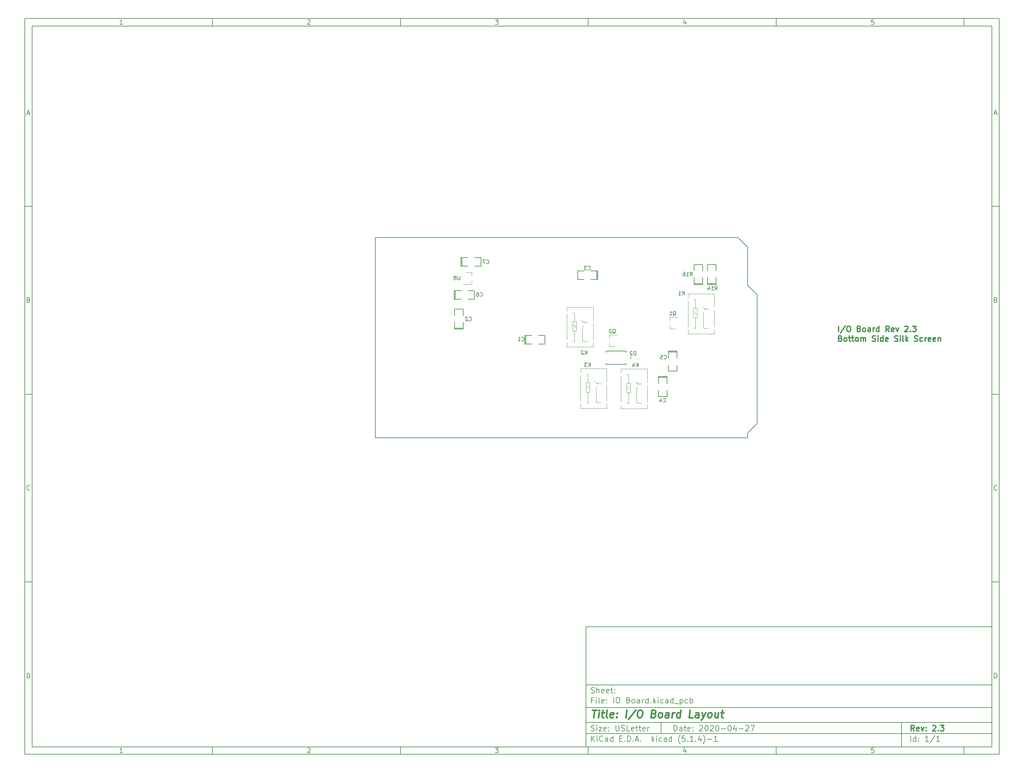
<source format=gbr>
G04 #@! TF.GenerationSoftware,KiCad,Pcbnew,(5.1.4)-1*
G04 #@! TF.CreationDate,2020-04-27T14:37:10-04:00*
G04 #@! TF.ProjectId,IO Board,494f2042-6f61-4726-942e-6b696361645f,2.3*
G04 #@! TF.SameCoordinates,Original*
G04 #@! TF.FileFunction,Legend,Bot*
G04 #@! TF.FilePolarity,Positive*
%FSLAX46Y46*%
G04 Gerber Fmt 4.6, Leading zero omitted, Abs format (unit mm)*
G04 Created by KiCad (PCBNEW (5.1.4)-1) date 2020-04-27 14:37:10*
%MOMM*%
%LPD*%
G04 APERTURE LIST*
%ADD10C,0.100000*%
%ADD11C,0.150000*%
%ADD12C,0.300000*%
%ADD13C,0.400000*%
%ADD14C,0.200000*%
%ADD15C,0.120000*%
%ADD16R,2.200000X2.150000*%
%ADD17R,2.032000X1.524000*%
%ADD18R,0.900000X0.800000*%
%ADD19R,2.660000X0.800000*%
%ADD20C,1.727200*%
%ADD21O,1.727200X1.727200*%
%ADD22O,1.727200X2.032000*%
%ADD23C,1.500000*%
%ADD24R,1.524000X2.032000*%
%ADD25O,3.010000X1.510000*%
G04 APERTURE END LIST*
D10*
D11*
X159400000Y-171900000D02*
X159400000Y-203900000D01*
X267400000Y-203900000D01*
X267400000Y-171900000D01*
X159400000Y-171900000D01*
D10*
D11*
X10000000Y-10000000D02*
X10000000Y-205900000D01*
X269400000Y-205900000D01*
X269400000Y-10000000D01*
X10000000Y-10000000D01*
D10*
D11*
X12000000Y-12000000D02*
X12000000Y-203900000D01*
X267400000Y-203900000D01*
X267400000Y-12000000D01*
X12000000Y-12000000D01*
D10*
D11*
X60000000Y-12000000D02*
X60000000Y-10000000D01*
D10*
D11*
X110000000Y-12000000D02*
X110000000Y-10000000D01*
D10*
D11*
X160000000Y-12000000D02*
X160000000Y-10000000D01*
D10*
D11*
X210000000Y-12000000D02*
X210000000Y-10000000D01*
D10*
D11*
X260000000Y-12000000D02*
X260000000Y-10000000D01*
D10*
D11*
X36065476Y-11588095D02*
X35322619Y-11588095D01*
X35694047Y-11588095D02*
X35694047Y-10288095D01*
X35570238Y-10473809D01*
X35446428Y-10597619D01*
X35322619Y-10659523D01*
D10*
D11*
X85322619Y-10411904D02*
X85384523Y-10350000D01*
X85508333Y-10288095D01*
X85817857Y-10288095D01*
X85941666Y-10350000D01*
X86003571Y-10411904D01*
X86065476Y-10535714D01*
X86065476Y-10659523D01*
X86003571Y-10845238D01*
X85260714Y-11588095D01*
X86065476Y-11588095D01*
D10*
D11*
X135260714Y-10288095D02*
X136065476Y-10288095D01*
X135632142Y-10783333D01*
X135817857Y-10783333D01*
X135941666Y-10845238D01*
X136003571Y-10907142D01*
X136065476Y-11030952D01*
X136065476Y-11340476D01*
X136003571Y-11464285D01*
X135941666Y-11526190D01*
X135817857Y-11588095D01*
X135446428Y-11588095D01*
X135322619Y-11526190D01*
X135260714Y-11464285D01*
D10*
D11*
X185941666Y-10721428D02*
X185941666Y-11588095D01*
X185632142Y-10226190D02*
X185322619Y-11154761D01*
X186127380Y-11154761D01*
D10*
D11*
X236003571Y-10288095D02*
X235384523Y-10288095D01*
X235322619Y-10907142D01*
X235384523Y-10845238D01*
X235508333Y-10783333D01*
X235817857Y-10783333D01*
X235941666Y-10845238D01*
X236003571Y-10907142D01*
X236065476Y-11030952D01*
X236065476Y-11340476D01*
X236003571Y-11464285D01*
X235941666Y-11526190D01*
X235817857Y-11588095D01*
X235508333Y-11588095D01*
X235384523Y-11526190D01*
X235322619Y-11464285D01*
D10*
D11*
X60000000Y-203900000D02*
X60000000Y-205900000D01*
D10*
D11*
X110000000Y-203900000D02*
X110000000Y-205900000D01*
D10*
D11*
X160000000Y-203900000D02*
X160000000Y-205900000D01*
D10*
D11*
X210000000Y-203900000D02*
X210000000Y-205900000D01*
D10*
D11*
X260000000Y-203900000D02*
X260000000Y-205900000D01*
D10*
D11*
X36065476Y-205488095D02*
X35322619Y-205488095D01*
X35694047Y-205488095D02*
X35694047Y-204188095D01*
X35570238Y-204373809D01*
X35446428Y-204497619D01*
X35322619Y-204559523D01*
D10*
D11*
X85322619Y-204311904D02*
X85384523Y-204250000D01*
X85508333Y-204188095D01*
X85817857Y-204188095D01*
X85941666Y-204250000D01*
X86003571Y-204311904D01*
X86065476Y-204435714D01*
X86065476Y-204559523D01*
X86003571Y-204745238D01*
X85260714Y-205488095D01*
X86065476Y-205488095D01*
D10*
D11*
X135260714Y-204188095D02*
X136065476Y-204188095D01*
X135632142Y-204683333D01*
X135817857Y-204683333D01*
X135941666Y-204745238D01*
X136003571Y-204807142D01*
X136065476Y-204930952D01*
X136065476Y-205240476D01*
X136003571Y-205364285D01*
X135941666Y-205426190D01*
X135817857Y-205488095D01*
X135446428Y-205488095D01*
X135322619Y-205426190D01*
X135260714Y-205364285D01*
D10*
D11*
X185941666Y-204621428D02*
X185941666Y-205488095D01*
X185632142Y-204126190D02*
X185322619Y-205054761D01*
X186127380Y-205054761D01*
D10*
D11*
X236003571Y-204188095D02*
X235384523Y-204188095D01*
X235322619Y-204807142D01*
X235384523Y-204745238D01*
X235508333Y-204683333D01*
X235817857Y-204683333D01*
X235941666Y-204745238D01*
X236003571Y-204807142D01*
X236065476Y-204930952D01*
X236065476Y-205240476D01*
X236003571Y-205364285D01*
X235941666Y-205426190D01*
X235817857Y-205488095D01*
X235508333Y-205488095D01*
X235384523Y-205426190D01*
X235322619Y-205364285D01*
D10*
D11*
X10000000Y-60000000D02*
X12000000Y-60000000D01*
D10*
D11*
X10000000Y-110000000D02*
X12000000Y-110000000D01*
D10*
D11*
X10000000Y-160000000D02*
X12000000Y-160000000D01*
D10*
D11*
X10690476Y-35216666D02*
X11309523Y-35216666D01*
X10566666Y-35588095D02*
X11000000Y-34288095D01*
X11433333Y-35588095D01*
D10*
D11*
X11092857Y-84907142D02*
X11278571Y-84969047D01*
X11340476Y-85030952D01*
X11402380Y-85154761D01*
X11402380Y-85340476D01*
X11340476Y-85464285D01*
X11278571Y-85526190D01*
X11154761Y-85588095D01*
X10659523Y-85588095D01*
X10659523Y-84288095D01*
X11092857Y-84288095D01*
X11216666Y-84350000D01*
X11278571Y-84411904D01*
X11340476Y-84535714D01*
X11340476Y-84659523D01*
X11278571Y-84783333D01*
X11216666Y-84845238D01*
X11092857Y-84907142D01*
X10659523Y-84907142D01*
D10*
D11*
X11402380Y-135464285D02*
X11340476Y-135526190D01*
X11154761Y-135588095D01*
X11030952Y-135588095D01*
X10845238Y-135526190D01*
X10721428Y-135402380D01*
X10659523Y-135278571D01*
X10597619Y-135030952D01*
X10597619Y-134845238D01*
X10659523Y-134597619D01*
X10721428Y-134473809D01*
X10845238Y-134350000D01*
X11030952Y-134288095D01*
X11154761Y-134288095D01*
X11340476Y-134350000D01*
X11402380Y-134411904D01*
D10*
D11*
X10659523Y-185588095D02*
X10659523Y-184288095D01*
X10969047Y-184288095D01*
X11154761Y-184350000D01*
X11278571Y-184473809D01*
X11340476Y-184597619D01*
X11402380Y-184845238D01*
X11402380Y-185030952D01*
X11340476Y-185278571D01*
X11278571Y-185402380D01*
X11154761Y-185526190D01*
X10969047Y-185588095D01*
X10659523Y-185588095D01*
D10*
D11*
X269400000Y-60000000D02*
X267400000Y-60000000D01*
D10*
D11*
X269400000Y-110000000D02*
X267400000Y-110000000D01*
D10*
D11*
X269400000Y-160000000D02*
X267400000Y-160000000D01*
D10*
D11*
X268090476Y-35216666D02*
X268709523Y-35216666D01*
X267966666Y-35588095D02*
X268400000Y-34288095D01*
X268833333Y-35588095D01*
D10*
D11*
X268492857Y-84907142D02*
X268678571Y-84969047D01*
X268740476Y-85030952D01*
X268802380Y-85154761D01*
X268802380Y-85340476D01*
X268740476Y-85464285D01*
X268678571Y-85526190D01*
X268554761Y-85588095D01*
X268059523Y-85588095D01*
X268059523Y-84288095D01*
X268492857Y-84288095D01*
X268616666Y-84350000D01*
X268678571Y-84411904D01*
X268740476Y-84535714D01*
X268740476Y-84659523D01*
X268678571Y-84783333D01*
X268616666Y-84845238D01*
X268492857Y-84907142D01*
X268059523Y-84907142D01*
D10*
D11*
X268802380Y-135464285D02*
X268740476Y-135526190D01*
X268554761Y-135588095D01*
X268430952Y-135588095D01*
X268245238Y-135526190D01*
X268121428Y-135402380D01*
X268059523Y-135278571D01*
X267997619Y-135030952D01*
X267997619Y-134845238D01*
X268059523Y-134597619D01*
X268121428Y-134473809D01*
X268245238Y-134350000D01*
X268430952Y-134288095D01*
X268554761Y-134288095D01*
X268740476Y-134350000D01*
X268802380Y-134411904D01*
D10*
D11*
X268059523Y-185588095D02*
X268059523Y-184288095D01*
X268369047Y-184288095D01*
X268554761Y-184350000D01*
X268678571Y-184473809D01*
X268740476Y-184597619D01*
X268802380Y-184845238D01*
X268802380Y-185030952D01*
X268740476Y-185278571D01*
X268678571Y-185402380D01*
X268554761Y-185526190D01*
X268369047Y-185588095D01*
X268059523Y-185588095D01*
D10*
D11*
X182832142Y-199678571D02*
X182832142Y-198178571D01*
X183189285Y-198178571D01*
X183403571Y-198250000D01*
X183546428Y-198392857D01*
X183617857Y-198535714D01*
X183689285Y-198821428D01*
X183689285Y-199035714D01*
X183617857Y-199321428D01*
X183546428Y-199464285D01*
X183403571Y-199607142D01*
X183189285Y-199678571D01*
X182832142Y-199678571D01*
X184975000Y-199678571D02*
X184975000Y-198892857D01*
X184903571Y-198750000D01*
X184760714Y-198678571D01*
X184475000Y-198678571D01*
X184332142Y-198750000D01*
X184975000Y-199607142D02*
X184832142Y-199678571D01*
X184475000Y-199678571D01*
X184332142Y-199607142D01*
X184260714Y-199464285D01*
X184260714Y-199321428D01*
X184332142Y-199178571D01*
X184475000Y-199107142D01*
X184832142Y-199107142D01*
X184975000Y-199035714D01*
X185475000Y-198678571D02*
X186046428Y-198678571D01*
X185689285Y-198178571D02*
X185689285Y-199464285D01*
X185760714Y-199607142D01*
X185903571Y-199678571D01*
X186046428Y-199678571D01*
X187117857Y-199607142D02*
X186975000Y-199678571D01*
X186689285Y-199678571D01*
X186546428Y-199607142D01*
X186475000Y-199464285D01*
X186475000Y-198892857D01*
X186546428Y-198750000D01*
X186689285Y-198678571D01*
X186975000Y-198678571D01*
X187117857Y-198750000D01*
X187189285Y-198892857D01*
X187189285Y-199035714D01*
X186475000Y-199178571D01*
X187832142Y-199535714D02*
X187903571Y-199607142D01*
X187832142Y-199678571D01*
X187760714Y-199607142D01*
X187832142Y-199535714D01*
X187832142Y-199678571D01*
X187832142Y-198750000D02*
X187903571Y-198821428D01*
X187832142Y-198892857D01*
X187760714Y-198821428D01*
X187832142Y-198750000D01*
X187832142Y-198892857D01*
X189617857Y-198321428D02*
X189689285Y-198250000D01*
X189832142Y-198178571D01*
X190189285Y-198178571D01*
X190332142Y-198250000D01*
X190403571Y-198321428D01*
X190475000Y-198464285D01*
X190475000Y-198607142D01*
X190403571Y-198821428D01*
X189546428Y-199678571D01*
X190475000Y-199678571D01*
X191403571Y-198178571D02*
X191546428Y-198178571D01*
X191689285Y-198250000D01*
X191760714Y-198321428D01*
X191832142Y-198464285D01*
X191903571Y-198750000D01*
X191903571Y-199107142D01*
X191832142Y-199392857D01*
X191760714Y-199535714D01*
X191689285Y-199607142D01*
X191546428Y-199678571D01*
X191403571Y-199678571D01*
X191260714Y-199607142D01*
X191189285Y-199535714D01*
X191117857Y-199392857D01*
X191046428Y-199107142D01*
X191046428Y-198750000D01*
X191117857Y-198464285D01*
X191189285Y-198321428D01*
X191260714Y-198250000D01*
X191403571Y-198178571D01*
X192475000Y-198321428D02*
X192546428Y-198250000D01*
X192689285Y-198178571D01*
X193046428Y-198178571D01*
X193189285Y-198250000D01*
X193260714Y-198321428D01*
X193332142Y-198464285D01*
X193332142Y-198607142D01*
X193260714Y-198821428D01*
X192403571Y-199678571D01*
X193332142Y-199678571D01*
X194260714Y-198178571D02*
X194403571Y-198178571D01*
X194546428Y-198250000D01*
X194617857Y-198321428D01*
X194689285Y-198464285D01*
X194760714Y-198750000D01*
X194760714Y-199107142D01*
X194689285Y-199392857D01*
X194617857Y-199535714D01*
X194546428Y-199607142D01*
X194403571Y-199678571D01*
X194260714Y-199678571D01*
X194117857Y-199607142D01*
X194046428Y-199535714D01*
X193975000Y-199392857D01*
X193903571Y-199107142D01*
X193903571Y-198750000D01*
X193975000Y-198464285D01*
X194046428Y-198321428D01*
X194117857Y-198250000D01*
X194260714Y-198178571D01*
X195403571Y-199107142D02*
X196546428Y-199107142D01*
X197546428Y-198178571D02*
X197689285Y-198178571D01*
X197832142Y-198250000D01*
X197903571Y-198321428D01*
X197975000Y-198464285D01*
X198046428Y-198750000D01*
X198046428Y-199107142D01*
X197975000Y-199392857D01*
X197903571Y-199535714D01*
X197832142Y-199607142D01*
X197689285Y-199678571D01*
X197546428Y-199678571D01*
X197403571Y-199607142D01*
X197332142Y-199535714D01*
X197260714Y-199392857D01*
X197189285Y-199107142D01*
X197189285Y-198750000D01*
X197260714Y-198464285D01*
X197332142Y-198321428D01*
X197403571Y-198250000D01*
X197546428Y-198178571D01*
X199332142Y-198678571D02*
X199332142Y-199678571D01*
X198975000Y-198107142D02*
X198617857Y-199178571D01*
X199546428Y-199178571D01*
X200117857Y-199107142D02*
X201260714Y-199107142D01*
X201903571Y-198321428D02*
X201975000Y-198250000D01*
X202117857Y-198178571D01*
X202475000Y-198178571D01*
X202617857Y-198250000D01*
X202689285Y-198321428D01*
X202760714Y-198464285D01*
X202760714Y-198607142D01*
X202689285Y-198821428D01*
X201832142Y-199678571D01*
X202760714Y-199678571D01*
X203260714Y-198178571D02*
X204260714Y-198178571D01*
X203617857Y-199678571D01*
D10*
D11*
X159400000Y-200400000D02*
X267400000Y-200400000D01*
D10*
D11*
X160832142Y-202478571D02*
X160832142Y-200978571D01*
X161689285Y-202478571D02*
X161046428Y-201621428D01*
X161689285Y-200978571D02*
X160832142Y-201835714D01*
X162332142Y-202478571D02*
X162332142Y-201478571D01*
X162332142Y-200978571D02*
X162260714Y-201050000D01*
X162332142Y-201121428D01*
X162403571Y-201050000D01*
X162332142Y-200978571D01*
X162332142Y-201121428D01*
X163903571Y-202335714D02*
X163832142Y-202407142D01*
X163617857Y-202478571D01*
X163475000Y-202478571D01*
X163260714Y-202407142D01*
X163117857Y-202264285D01*
X163046428Y-202121428D01*
X162975000Y-201835714D01*
X162975000Y-201621428D01*
X163046428Y-201335714D01*
X163117857Y-201192857D01*
X163260714Y-201050000D01*
X163475000Y-200978571D01*
X163617857Y-200978571D01*
X163832142Y-201050000D01*
X163903571Y-201121428D01*
X165189285Y-202478571D02*
X165189285Y-201692857D01*
X165117857Y-201550000D01*
X164975000Y-201478571D01*
X164689285Y-201478571D01*
X164546428Y-201550000D01*
X165189285Y-202407142D02*
X165046428Y-202478571D01*
X164689285Y-202478571D01*
X164546428Y-202407142D01*
X164475000Y-202264285D01*
X164475000Y-202121428D01*
X164546428Y-201978571D01*
X164689285Y-201907142D01*
X165046428Y-201907142D01*
X165189285Y-201835714D01*
X166546428Y-202478571D02*
X166546428Y-200978571D01*
X166546428Y-202407142D02*
X166403571Y-202478571D01*
X166117857Y-202478571D01*
X165975000Y-202407142D01*
X165903571Y-202335714D01*
X165832142Y-202192857D01*
X165832142Y-201764285D01*
X165903571Y-201621428D01*
X165975000Y-201550000D01*
X166117857Y-201478571D01*
X166403571Y-201478571D01*
X166546428Y-201550000D01*
X168403571Y-201692857D02*
X168903571Y-201692857D01*
X169117857Y-202478571D02*
X168403571Y-202478571D01*
X168403571Y-200978571D01*
X169117857Y-200978571D01*
X169760714Y-202335714D02*
X169832142Y-202407142D01*
X169760714Y-202478571D01*
X169689285Y-202407142D01*
X169760714Y-202335714D01*
X169760714Y-202478571D01*
X170475000Y-202478571D02*
X170475000Y-200978571D01*
X170832142Y-200978571D01*
X171046428Y-201050000D01*
X171189285Y-201192857D01*
X171260714Y-201335714D01*
X171332142Y-201621428D01*
X171332142Y-201835714D01*
X171260714Y-202121428D01*
X171189285Y-202264285D01*
X171046428Y-202407142D01*
X170832142Y-202478571D01*
X170475000Y-202478571D01*
X171975000Y-202335714D02*
X172046428Y-202407142D01*
X171975000Y-202478571D01*
X171903571Y-202407142D01*
X171975000Y-202335714D01*
X171975000Y-202478571D01*
X172617857Y-202050000D02*
X173332142Y-202050000D01*
X172475000Y-202478571D02*
X172975000Y-200978571D01*
X173475000Y-202478571D01*
X173975000Y-202335714D02*
X174046428Y-202407142D01*
X173975000Y-202478571D01*
X173903571Y-202407142D01*
X173975000Y-202335714D01*
X173975000Y-202478571D01*
X176975000Y-202478571D02*
X176975000Y-200978571D01*
X177117857Y-201907142D02*
X177546428Y-202478571D01*
X177546428Y-201478571D02*
X176975000Y-202050000D01*
X178189285Y-202478571D02*
X178189285Y-201478571D01*
X178189285Y-200978571D02*
X178117857Y-201050000D01*
X178189285Y-201121428D01*
X178260714Y-201050000D01*
X178189285Y-200978571D01*
X178189285Y-201121428D01*
X179546428Y-202407142D02*
X179403571Y-202478571D01*
X179117857Y-202478571D01*
X178975000Y-202407142D01*
X178903571Y-202335714D01*
X178832142Y-202192857D01*
X178832142Y-201764285D01*
X178903571Y-201621428D01*
X178975000Y-201550000D01*
X179117857Y-201478571D01*
X179403571Y-201478571D01*
X179546428Y-201550000D01*
X180832142Y-202478571D02*
X180832142Y-201692857D01*
X180760714Y-201550000D01*
X180617857Y-201478571D01*
X180332142Y-201478571D01*
X180189285Y-201550000D01*
X180832142Y-202407142D02*
X180689285Y-202478571D01*
X180332142Y-202478571D01*
X180189285Y-202407142D01*
X180117857Y-202264285D01*
X180117857Y-202121428D01*
X180189285Y-201978571D01*
X180332142Y-201907142D01*
X180689285Y-201907142D01*
X180832142Y-201835714D01*
X182189285Y-202478571D02*
X182189285Y-200978571D01*
X182189285Y-202407142D02*
X182046428Y-202478571D01*
X181760714Y-202478571D01*
X181617857Y-202407142D01*
X181546428Y-202335714D01*
X181475000Y-202192857D01*
X181475000Y-201764285D01*
X181546428Y-201621428D01*
X181617857Y-201550000D01*
X181760714Y-201478571D01*
X182046428Y-201478571D01*
X182189285Y-201550000D01*
X184475000Y-203050000D02*
X184403571Y-202978571D01*
X184260714Y-202764285D01*
X184189285Y-202621428D01*
X184117857Y-202407142D01*
X184046428Y-202050000D01*
X184046428Y-201764285D01*
X184117857Y-201407142D01*
X184189285Y-201192857D01*
X184260714Y-201050000D01*
X184403571Y-200835714D01*
X184475000Y-200764285D01*
X185760714Y-200978571D02*
X185046428Y-200978571D01*
X184975000Y-201692857D01*
X185046428Y-201621428D01*
X185189285Y-201550000D01*
X185546428Y-201550000D01*
X185689285Y-201621428D01*
X185760714Y-201692857D01*
X185832142Y-201835714D01*
X185832142Y-202192857D01*
X185760714Y-202335714D01*
X185689285Y-202407142D01*
X185546428Y-202478571D01*
X185189285Y-202478571D01*
X185046428Y-202407142D01*
X184975000Y-202335714D01*
X186475000Y-202335714D02*
X186546428Y-202407142D01*
X186475000Y-202478571D01*
X186403571Y-202407142D01*
X186475000Y-202335714D01*
X186475000Y-202478571D01*
X187975000Y-202478571D02*
X187117857Y-202478571D01*
X187546428Y-202478571D02*
X187546428Y-200978571D01*
X187403571Y-201192857D01*
X187260714Y-201335714D01*
X187117857Y-201407142D01*
X188617857Y-202335714D02*
X188689285Y-202407142D01*
X188617857Y-202478571D01*
X188546428Y-202407142D01*
X188617857Y-202335714D01*
X188617857Y-202478571D01*
X189975000Y-201478571D02*
X189975000Y-202478571D01*
X189617857Y-200907142D02*
X189260714Y-201978571D01*
X190189285Y-201978571D01*
X190617857Y-203050000D02*
X190689285Y-202978571D01*
X190832142Y-202764285D01*
X190903571Y-202621428D01*
X190975000Y-202407142D01*
X191046428Y-202050000D01*
X191046428Y-201764285D01*
X190975000Y-201407142D01*
X190903571Y-201192857D01*
X190832142Y-201050000D01*
X190689285Y-200835714D01*
X190617857Y-200764285D01*
X191760714Y-201907142D02*
X192903571Y-201907142D01*
X194403571Y-202478571D02*
X193546428Y-202478571D01*
X193975000Y-202478571D02*
X193975000Y-200978571D01*
X193832142Y-201192857D01*
X193689285Y-201335714D01*
X193546428Y-201407142D01*
D10*
D11*
X159400000Y-197400000D02*
X267400000Y-197400000D01*
D10*
D12*
X246809285Y-199678571D02*
X246309285Y-198964285D01*
X245952142Y-199678571D02*
X245952142Y-198178571D01*
X246523571Y-198178571D01*
X246666428Y-198250000D01*
X246737857Y-198321428D01*
X246809285Y-198464285D01*
X246809285Y-198678571D01*
X246737857Y-198821428D01*
X246666428Y-198892857D01*
X246523571Y-198964285D01*
X245952142Y-198964285D01*
X248023571Y-199607142D02*
X247880714Y-199678571D01*
X247595000Y-199678571D01*
X247452142Y-199607142D01*
X247380714Y-199464285D01*
X247380714Y-198892857D01*
X247452142Y-198750000D01*
X247595000Y-198678571D01*
X247880714Y-198678571D01*
X248023571Y-198750000D01*
X248095000Y-198892857D01*
X248095000Y-199035714D01*
X247380714Y-199178571D01*
X248595000Y-198678571D02*
X248952142Y-199678571D01*
X249309285Y-198678571D01*
X249880714Y-199535714D02*
X249952142Y-199607142D01*
X249880714Y-199678571D01*
X249809285Y-199607142D01*
X249880714Y-199535714D01*
X249880714Y-199678571D01*
X249880714Y-198750000D02*
X249952142Y-198821428D01*
X249880714Y-198892857D01*
X249809285Y-198821428D01*
X249880714Y-198750000D01*
X249880714Y-198892857D01*
X251666428Y-198321428D02*
X251737857Y-198250000D01*
X251880714Y-198178571D01*
X252237857Y-198178571D01*
X252380714Y-198250000D01*
X252452142Y-198321428D01*
X252523571Y-198464285D01*
X252523571Y-198607142D01*
X252452142Y-198821428D01*
X251595000Y-199678571D01*
X252523571Y-199678571D01*
X253166428Y-199535714D02*
X253237857Y-199607142D01*
X253166428Y-199678571D01*
X253095000Y-199607142D01*
X253166428Y-199535714D01*
X253166428Y-199678571D01*
X253737857Y-198178571D02*
X254666428Y-198178571D01*
X254166428Y-198750000D01*
X254380714Y-198750000D01*
X254523571Y-198821428D01*
X254595000Y-198892857D01*
X254666428Y-199035714D01*
X254666428Y-199392857D01*
X254595000Y-199535714D01*
X254523571Y-199607142D01*
X254380714Y-199678571D01*
X253952142Y-199678571D01*
X253809285Y-199607142D01*
X253737857Y-199535714D01*
D10*
D11*
X160760714Y-199607142D02*
X160975000Y-199678571D01*
X161332142Y-199678571D01*
X161475000Y-199607142D01*
X161546428Y-199535714D01*
X161617857Y-199392857D01*
X161617857Y-199250000D01*
X161546428Y-199107142D01*
X161475000Y-199035714D01*
X161332142Y-198964285D01*
X161046428Y-198892857D01*
X160903571Y-198821428D01*
X160832142Y-198750000D01*
X160760714Y-198607142D01*
X160760714Y-198464285D01*
X160832142Y-198321428D01*
X160903571Y-198250000D01*
X161046428Y-198178571D01*
X161403571Y-198178571D01*
X161617857Y-198250000D01*
X162260714Y-199678571D02*
X162260714Y-198678571D01*
X162260714Y-198178571D02*
X162189285Y-198250000D01*
X162260714Y-198321428D01*
X162332142Y-198250000D01*
X162260714Y-198178571D01*
X162260714Y-198321428D01*
X162832142Y-198678571D02*
X163617857Y-198678571D01*
X162832142Y-199678571D01*
X163617857Y-199678571D01*
X164760714Y-199607142D02*
X164617857Y-199678571D01*
X164332142Y-199678571D01*
X164189285Y-199607142D01*
X164117857Y-199464285D01*
X164117857Y-198892857D01*
X164189285Y-198750000D01*
X164332142Y-198678571D01*
X164617857Y-198678571D01*
X164760714Y-198750000D01*
X164832142Y-198892857D01*
X164832142Y-199035714D01*
X164117857Y-199178571D01*
X165475000Y-199535714D02*
X165546428Y-199607142D01*
X165475000Y-199678571D01*
X165403571Y-199607142D01*
X165475000Y-199535714D01*
X165475000Y-199678571D01*
X165475000Y-198750000D02*
X165546428Y-198821428D01*
X165475000Y-198892857D01*
X165403571Y-198821428D01*
X165475000Y-198750000D01*
X165475000Y-198892857D01*
X167332142Y-198178571D02*
X167332142Y-199392857D01*
X167403571Y-199535714D01*
X167475000Y-199607142D01*
X167617857Y-199678571D01*
X167903571Y-199678571D01*
X168046428Y-199607142D01*
X168117857Y-199535714D01*
X168189285Y-199392857D01*
X168189285Y-198178571D01*
X168832142Y-199607142D02*
X169046428Y-199678571D01*
X169403571Y-199678571D01*
X169546428Y-199607142D01*
X169617857Y-199535714D01*
X169689285Y-199392857D01*
X169689285Y-199250000D01*
X169617857Y-199107142D01*
X169546428Y-199035714D01*
X169403571Y-198964285D01*
X169117857Y-198892857D01*
X168975000Y-198821428D01*
X168903571Y-198750000D01*
X168832142Y-198607142D01*
X168832142Y-198464285D01*
X168903571Y-198321428D01*
X168975000Y-198250000D01*
X169117857Y-198178571D01*
X169475000Y-198178571D01*
X169689285Y-198250000D01*
X171046428Y-199678571D02*
X170332142Y-199678571D01*
X170332142Y-198178571D01*
X172117857Y-199607142D02*
X171975000Y-199678571D01*
X171689285Y-199678571D01*
X171546428Y-199607142D01*
X171475000Y-199464285D01*
X171475000Y-198892857D01*
X171546428Y-198750000D01*
X171689285Y-198678571D01*
X171975000Y-198678571D01*
X172117857Y-198750000D01*
X172189285Y-198892857D01*
X172189285Y-199035714D01*
X171475000Y-199178571D01*
X172617857Y-198678571D02*
X173189285Y-198678571D01*
X172832142Y-198178571D02*
X172832142Y-199464285D01*
X172903571Y-199607142D01*
X173046428Y-199678571D01*
X173189285Y-199678571D01*
X173475000Y-198678571D02*
X174046428Y-198678571D01*
X173689285Y-198178571D02*
X173689285Y-199464285D01*
X173760714Y-199607142D01*
X173903571Y-199678571D01*
X174046428Y-199678571D01*
X175117857Y-199607142D02*
X174975000Y-199678571D01*
X174689285Y-199678571D01*
X174546428Y-199607142D01*
X174475000Y-199464285D01*
X174475000Y-198892857D01*
X174546428Y-198750000D01*
X174689285Y-198678571D01*
X174975000Y-198678571D01*
X175117857Y-198750000D01*
X175189285Y-198892857D01*
X175189285Y-199035714D01*
X174475000Y-199178571D01*
X175832142Y-199678571D02*
X175832142Y-198678571D01*
X175832142Y-198964285D02*
X175903571Y-198821428D01*
X175975000Y-198750000D01*
X176117857Y-198678571D01*
X176260714Y-198678571D01*
D10*
D11*
X245832142Y-202478571D02*
X245832142Y-200978571D01*
X247189285Y-202478571D02*
X247189285Y-200978571D01*
X247189285Y-202407142D02*
X247046428Y-202478571D01*
X246760714Y-202478571D01*
X246617857Y-202407142D01*
X246546428Y-202335714D01*
X246475000Y-202192857D01*
X246475000Y-201764285D01*
X246546428Y-201621428D01*
X246617857Y-201550000D01*
X246760714Y-201478571D01*
X247046428Y-201478571D01*
X247189285Y-201550000D01*
X247903571Y-202335714D02*
X247975000Y-202407142D01*
X247903571Y-202478571D01*
X247832142Y-202407142D01*
X247903571Y-202335714D01*
X247903571Y-202478571D01*
X247903571Y-201550000D02*
X247975000Y-201621428D01*
X247903571Y-201692857D01*
X247832142Y-201621428D01*
X247903571Y-201550000D01*
X247903571Y-201692857D01*
X250546428Y-202478571D02*
X249689285Y-202478571D01*
X250117857Y-202478571D02*
X250117857Y-200978571D01*
X249975000Y-201192857D01*
X249832142Y-201335714D01*
X249689285Y-201407142D01*
X252260714Y-200907142D02*
X250975000Y-202835714D01*
X253546428Y-202478571D02*
X252689285Y-202478571D01*
X253117857Y-202478571D02*
X253117857Y-200978571D01*
X252975000Y-201192857D01*
X252832142Y-201335714D01*
X252689285Y-201407142D01*
D10*
D11*
X159400000Y-193400000D02*
X267400000Y-193400000D01*
D10*
D13*
X161112380Y-194104761D02*
X162255238Y-194104761D01*
X161433809Y-196104761D02*
X161683809Y-194104761D01*
X162671904Y-196104761D02*
X162838571Y-194771428D01*
X162921904Y-194104761D02*
X162814761Y-194200000D01*
X162898095Y-194295238D01*
X163005238Y-194200000D01*
X162921904Y-194104761D01*
X162898095Y-194295238D01*
X163505238Y-194771428D02*
X164267142Y-194771428D01*
X163874285Y-194104761D02*
X163660000Y-195819047D01*
X163731428Y-196009523D01*
X163910000Y-196104761D01*
X164100476Y-196104761D01*
X165052857Y-196104761D02*
X164874285Y-196009523D01*
X164802857Y-195819047D01*
X165017142Y-194104761D01*
X166588571Y-196009523D02*
X166386190Y-196104761D01*
X166005238Y-196104761D01*
X165826666Y-196009523D01*
X165755238Y-195819047D01*
X165850476Y-195057142D01*
X165969523Y-194866666D01*
X166171904Y-194771428D01*
X166552857Y-194771428D01*
X166731428Y-194866666D01*
X166802857Y-195057142D01*
X166779047Y-195247619D01*
X165802857Y-195438095D01*
X167552857Y-195914285D02*
X167636190Y-196009523D01*
X167529047Y-196104761D01*
X167445714Y-196009523D01*
X167552857Y-195914285D01*
X167529047Y-196104761D01*
X167683809Y-194866666D02*
X167767142Y-194961904D01*
X167660000Y-195057142D01*
X167576666Y-194961904D01*
X167683809Y-194866666D01*
X167660000Y-195057142D01*
X170005238Y-196104761D02*
X170255238Y-194104761D01*
X172648095Y-194009523D02*
X170612380Y-196580952D01*
X173683809Y-194104761D02*
X174064761Y-194104761D01*
X174243333Y-194200000D01*
X174410000Y-194390476D01*
X174457619Y-194771428D01*
X174374285Y-195438095D01*
X174231428Y-195819047D01*
X174017142Y-196009523D01*
X173814761Y-196104761D01*
X173433809Y-196104761D01*
X173255238Y-196009523D01*
X173088571Y-195819047D01*
X173040952Y-195438095D01*
X173124285Y-194771428D01*
X173267142Y-194390476D01*
X173481428Y-194200000D01*
X173683809Y-194104761D01*
X177469523Y-195057142D02*
X177743333Y-195152380D01*
X177826666Y-195247619D01*
X177898095Y-195438095D01*
X177862380Y-195723809D01*
X177743333Y-195914285D01*
X177636190Y-196009523D01*
X177433809Y-196104761D01*
X176671904Y-196104761D01*
X176921904Y-194104761D01*
X177588571Y-194104761D01*
X177767142Y-194200000D01*
X177850476Y-194295238D01*
X177921904Y-194485714D01*
X177898095Y-194676190D01*
X177779047Y-194866666D01*
X177671904Y-194961904D01*
X177469523Y-195057142D01*
X176802857Y-195057142D01*
X178957619Y-196104761D02*
X178779047Y-196009523D01*
X178695714Y-195914285D01*
X178624285Y-195723809D01*
X178695714Y-195152380D01*
X178814761Y-194961904D01*
X178921904Y-194866666D01*
X179124285Y-194771428D01*
X179410000Y-194771428D01*
X179588571Y-194866666D01*
X179671904Y-194961904D01*
X179743333Y-195152380D01*
X179671904Y-195723809D01*
X179552857Y-195914285D01*
X179445714Y-196009523D01*
X179243333Y-196104761D01*
X178957619Y-196104761D01*
X181338571Y-196104761D02*
X181469523Y-195057142D01*
X181398095Y-194866666D01*
X181219523Y-194771428D01*
X180838571Y-194771428D01*
X180636190Y-194866666D01*
X181350476Y-196009523D02*
X181148095Y-196104761D01*
X180671904Y-196104761D01*
X180493333Y-196009523D01*
X180421904Y-195819047D01*
X180445714Y-195628571D01*
X180564761Y-195438095D01*
X180767142Y-195342857D01*
X181243333Y-195342857D01*
X181445714Y-195247619D01*
X182290952Y-196104761D02*
X182457619Y-194771428D01*
X182410000Y-195152380D02*
X182529047Y-194961904D01*
X182636190Y-194866666D01*
X182838571Y-194771428D01*
X183029047Y-194771428D01*
X184386190Y-196104761D02*
X184636190Y-194104761D01*
X184398095Y-196009523D02*
X184195714Y-196104761D01*
X183814761Y-196104761D01*
X183636190Y-196009523D01*
X183552857Y-195914285D01*
X183481428Y-195723809D01*
X183552857Y-195152380D01*
X183671904Y-194961904D01*
X183779047Y-194866666D01*
X183981428Y-194771428D01*
X184362380Y-194771428D01*
X184540952Y-194866666D01*
X187814761Y-196104761D02*
X186862380Y-196104761D01*
X187112380Y-194104761D01*
X189338571Y-196104761D02*
X189469523Y-195057142D01*
X189398095Y-194866666D01*
X189219523Y-194771428D01*
X188838571Y-194771428D01*
X188636190Y-194866666D01*
X189350476Y-196009523D02*
X189148095Y-196104761D01*
X188671904Y-196104761D01*
X188493333Y-196009523D01*
X188421904Y-195819047D01*
X188445714Y-195628571D01*
X188564761Y-195438095D01*
X188767142Y-195342857D01*
X189243333Y-195342857D01*
X189445714Y-195247619D01*
X190267142Y-194771428D02*
X190576666Y-196104761D01*
X191219523Y-194771428D02*
X190576666Y-196104761D01*
X190326666Y-196580952D01*
X190219523Y-196676190D01*
X190017142Y-196771428D01*
X192100476Y-196104761D02*
X191921904Y-196009523D01*
X191838571Y-195914285D01*
X191767142Y-195723809D01*
X191838571Y-195152380D01*
X191957619Y-194961904D01*
X192064761Y-194866666D01*
X192267142Y-194771428D01*
X192552857Y-194771428D01*
X192731428Y-194866666D01*
X192814761Y-194961904D01*
X192886190Y-195152380D01*
X192814761Y-195723809D01*
X192695714Y-195914285D01*
X192588571Y-196009523D01*
X192386190Y-196104761D01*
X192100476Y-196104761D01*
X194648095Y-194771428D02*
X194481428Y-196104761D01*
X193790952Y-194771428D02*
X193660000Y-195819047D01*
X193731428Y-196009523D01*
X193910000Y-196104761D01*
X194195714Y-196104761D01*
X194398095Y-196009523D01*
X194505238Y-195914285D01*
X195314761Y-194771428D02*
X196076666Y-194771428D01*
X195683809Y-194104761D02*
X195469523Y-195819047D01*
X195540952Y-196009523D01*
X195719523Y-196104761D01*
X195910000Y-196104761D01*
D10*
D11*
X161332142Y-191492857D02*
X160832142Y-191492857D01*
X160832142Y-192278571D02*
X160832142Y-190778571D01*
X161546428Y-190778571D01*
X162117857Y-192278571D02*
X162117857Y-191278571D01*
X162117857Y-190778571D02*
X162046428Y-190850000D01*
X162117857Y-190921428D01*
X162189285Y-190850000D01*
X162117857Y-190778571D01*
X162117857Y-190921428D01*
X163046428Y-192278571D02*
X162903571Y-192207142D01*
X162832142Y-192064285D01*
X162832142Y-190778571D01*
X164189285Y-192207142D02*
X164046428Y-192278571D01*
X163760714Y-192278571D01*
X163617857Y-192207142D01*
X163546428Y-192064285D01*
X163546428Y-191492857D01*
X163617857Y-191350000D01*
X163760714Y-191278571D01*
X164046428Y-191278571D01*
X164189285Y-191350000D01*
X164260714Y-191492857D01*
X164260714Y-191635714D01*
X163546428Y-191778571D01*
X164903571Y-192135714D02*
X164975000Y-192207142D01*
X164903571Y-192278571D01*
X164832142Y-192207142D01*
X164903571Y-192135714D01*
X164903571Y-192278571D01*
X164903571Y-191350000D02*
X164975000Y-191421428D01*
X164903571Y-191492857D01*
X164832142Y-191421428D01*
X164903571Y-191350000D01*
X164903571Y-191492857D01*
X166760714Y-192278571D02*
X166760714Y-190778571D01*
X167760714Y-190778571D02*
X168046428Y-190778571D01*
X168189285Y-190850000D01*
X168332142Y-190992857D01*
X168403571Y-191278571D01*
X168403571Y-191778571D01*
X168332142Y-192064285D01*
X168189285Y-192207142D01*
X168046428Y-192278571D01*
X167760714Y-192278571D01*
X167617857Y-192207142D01*
X167475000Y-192064285D01*
X167403571Y-191778571D01*
X167403571Y-191278571D01*
X167475000Y-190992857D01*
X167617857Y-190850000D01*
X167760714Y-190778571D01*
X170689285Y-191492857D02*
X170903571Y-191564285D01*
X170975000Y-191635714D01*
X171046428Y-191778571D01*
X171046428Y-191992857D01*
X170975000Y-192135714D01*
X170903571Y-192207142D01*
X170760714Y-192278571D01*
X170189285Y-192278571D01*
X170189285Y-190778571D01*
X170689285Y-190778571D01*
X170832142Y-190850000D01*
X170903571Y-190921428D01*
X170975000Y-191064285D01*
X170975000Y-191207142D01*
X170903571Y-191350000D01*
X170832142Y-191421428D01*
X170689285Y-191492857D01*
X170189285Y-191492857D01*
X171903571Y-192278571D02*
X171760714Y-192207142D01*
X171689285Y-192135714D01*
X171617857Y-191992857D01*
X171617857Y-191564285D01*
X171689285Y-191421428D01*
X171760714Y-191350000D01*
X171903571Y-191278571D01*
X172117857Y-191278571D01*
X172260714Y-191350000D01*
X172332142Y-191421428D01*
X172403571Y-191564285D01*
X172403571Y-191992857D01*
X172332142Y-192135714D01*
X172260714Y-192207142D01*
X172117857Y-192278571D01*
X171903571Y-192278571D01*
X173689285Y-192278571D02*
X173689285Y-191492857D01*
X173617857Y-191350000D01*
X173475000Y-191278571D01*
X173189285Y-191278571D01*
X173046428Y-191350000D01*
X173689285Y-192207142D02*
X173546428Y-192278571D01*
X173189285Y-192278571D01*
X173046428Y-192207142D01*
X172975000Y-192064285D01*
X172975000Y-191921428D01*
X173046428Y-191778571D01*
X173189285Y-191707142D01*
X173546428Y-191707142D01*
X173689285Y-191635714D01*
X174403571Y-192278571D02*
X174403571Y-191278571D01*
X174403571Y-191564285D02*
X174475000Y-191421428D01*
X174546428Y-191350000D01*
X174689285Y-191278571D01*
X174832142Y-191278571D01*
X175975000Y-192278571D02*
X175975000Y-190778571D01*
X175975000Y-192207142D02*
X175832142Y-192278571D01*
X175546428Y-192278571D01*
X175403571Y-192207142D01*
X175332142Y-192135714D01*
X175260714Y-191992857D01*
X175260714Y-191564285D01*
X175332142Y-191421428D01*
X175403571Y-191350000D01*
X175546428Y-191278571D01*
X175832142Y-191278571D01*
X175975000Y-191350000D01*
X176689285Y-192135714D02*
X176760714Y-192207142D01*
X176689285Y-192278571D01*
X176617857Y-192207142D01*
X176689285Y-192135714D01*
X176689285Y-192278571D01*
X177403571Y-192278571D02*
X177403571Y-190778571D01*
X177546428Y-191707142D02*
X177975000Y-192278571D01*
X177975000Y-191278571D02*
X177403571Y-191850000D01*
X178617857Y-192278571D02*
X178617857Y-191278571D01*
X178617857Y-190778571D02*
X178546428Y-190850000D01*
X178617857Y-190921428D01*
X178689285Y-190850000D01*
X178617857Y-190778571D01*
X178617857Y-190921428D01*
X179975000Y-192207142D02*
X179832142Y-192278571D01*
X179546428Y-192278571D01*
X179403571Y-192207142D01*
X179332142Y-192135714D01*
X179260714Y-191992857D01*
X179260714Y-191564285D01*
X179332142Y-191421428D01*
X179403571Y-191350000D01*
X179546428Y-191278571D01*
X179832142Y-191278571D01*
X179975000Y-191350000D01*
X181260714Y-192278571D02*
X181260714Y-191492857D01*
X181189285Y-191350000D01*
X181046428Y-191278571D01*
X180760714Y-191278571D01*
X180617857Y-191350000D01*
X181260714Y-192207142D02*
X181117857Y-192278571D01*
X180760714Y-192278571D01*
X180617857Y-192207142D01*
X180546428Y-192064285D01*
X180546428Y-191921428D01*
X180617857Y-191778571D01*
X180760714Y-191707142D01*
X181117857Y-191707142D01*
X181260714Y-191635714D01*
X182617857Y-192278571D02*
X182617857Y-190778571D01*
X182617857Y-192207142D02*
X182475000Y-192278571D01*
X182189285Y-192278571D01*
X182046428Y-192207142D01*
X181975000Y-192135714D01*
X181903571Y-191992857D01*
X181903571Y-191564285D01*
X181975000Y-191421428D01*
X182046428Y-191350000D01*
X182189285Y-191278571D01*
X182475000Y-191278571D01*
X182617857Y-191350000D01*
X182975000Y-192421428D02*
X184117857Y-192421428D01*
X184475000Y-191278571D02*
X184475000Y-192778571D01*
X184475000Y-191350000D02*
X184617857Y-191278571D01*
X184903571Y-191278571D01*
X185046428Y-191350000D01*
X185117857Y-191421428D01*
X185189285Y-191564285D01*
X185189285Y-191992857D01*
X185117857Y-192135714D01*
X185046428Y-192207142D01*
X184903571Y-192278571D01*
X184617857Y-192278571D01*
X184475000Y-192207142D01*
X186475000Y-192207142D02*
X186332142Y-192278571D01*
X186046428Y-192278571D01*
X185903571Y-192207142D01*
X185832142Y-192135714D01*
X185760714Y-191992857D01*
X185760714Y-191564285D01*
X185832142Y-191421428D01*
X185903571Y-191350000D01*
X186046428Y-191278571D01*
X186332142Y-191278571D01*
X186475000Y-191350000D01*
X187117857Y-192278571D02*
X187117857Y-190778571D01*
X187117857Y-191350000D02*
X187260714Y-191278571D01*
X187546428Y-191278571D01*
X187689285Y-191350000D01*
X187760714Y-191421428D01*
X187832142Y-191564285D01*
X187832142Y-191992857D01*
X187760714Y-192135714D01*
X187689285Y-192207142D01*
X187546428Y-192278571D01*
X187260714Y-192278571D01*
X187117857Y-192207142D01*
D10*
D11*
X159400000Y-187400000D02*
X267400000Y-187400000D01*
D10*
D11*
X160760714Y-189507142D02*
X160975000Y-189578571D01*
X161332142Y-189578571D01*
X161475000Y-189507142D01*
X161546428Y-189435714D01*
X161617857Y-189292857D01*
X161617857Y-189150000D01*
X161546428Y-189007142D01*
X161475000Y-188935714D01*
X161332142Y-188864285D01*
X161046428Y-188792857D01*
X160903571Y-188721428D01*
X160832142Y-188650000D01*
X160760714Y-188507142D01*
X160760714Y-188364285D01*
X160832142Y-188221428D01*
X160903571Y-188150000D01*
X161046428Y-188078571D01*
X161403571Y-188078571D01*
X161617857Y-188150000D01*
X162260714Y-189578571D02*
X162260714Y-188078571D01*
X162903571Y-189578571D02*
X162903571Y-188792857D01*
X162832142Y-188650000D01*
X162689285Y-188578571D01*
X162475000Y-188578571D01*
X162332142Y-188650000D01*
X162260714Y-188721428D01*
X164189285Y-189507142D02*
X164046428Y-189578571D01*
X163760714Y-189578571D01*
X163617857Y-189507142D01*
X163546428Y-189364285D01*
X163546428Y-188792857D01*
X163617857Y-188650000D01*
X163760714Y-188578571D01*
X164046428Y-188578571D01*
X164189285Y-188650000D01*
X164260714Y-188792857D01*
X164260714Y-188935714D01*
X163546428Y-189078571D01*
X165475000Y-189507142D02*
X165332142Y-189578571D01*
X165046428Y-189578571D01*
X164903571Y-189507142D01*
X164832142Y-189364285D01*
X164832142Y-188792857D01*
X164903571Y-188650000D01*
X165046428Y-188578571D01*
X165332142Y-188578571D01*
X165475000Y-188650000D01*
X165546428Y-188792857D01*
X165546428Y-188935714D01*
X164832142Y-189078571D01*
X165975000Y-188578571D02*
X166546428Y-188578571D01*
X166189285Y-188078571D02*
X166189285Y-189364285D01*
X166260714Y-189507142D01*
X166403571Y-189578571D01*
X166546428Y-189578571D01*
X167046428Y-189435714D02*
X167117857Y-189507142D01*
X167046428Y-189578571D01*
X166975000Y-189507142D01*
X167046428Y-189435714D01*
X167046428Y-189578571D01*
X167046428Y-188650000D02*
X167117857Y-188721428D01*
X167046428Y-188792857D01*
X166975000Y-188721428D01*
X167046428Y-188650000D01*
X167046428Y-188792857D01*
D10*
D11*
X179400000Y-197400000D02*
X179400000Y-200400000D01*
D10*
D11*
X243400000Y-197400000D02*
X243400000Y-203900000D01*
D12*
X226612142Y-93383571D02*
X226612142Y-91883571D01*
X228397857Y-91812142D02*
X227112142Y-93740714D01*
X229183571Y-91883571D02*
X229469285Y-91883571D01*
X229612142Y-91955000D01*
X229755000Y-92097857D01*
X229826428Y-92383571D01*
X229826428Y-92883571D01*
X229755000Y-93169285D01*
X229612142Y-93312142D01*
X229469285Y-93383571D01*
X229183571Y-93383571D01*
X229040714Y-93312142D01*
X228897857Y-93169285D01*
X228826428Y-92883571D01*
X228826428Y-92383571D01*
X228897857Y-92097857D01*
X229040714Y-91955000D01*
X229183571Y-91883571D01*
X232112142Y-92597857D02*
X232326428Y-92669285D01*
X232397857Y-92740714D01*
X232469285Y-92883571D01*
X232469285Y-93097857D01*
X232397857Y-93240714D01*
X232326428Y-93312142D01*
X232183571Y-93383571D01*
X231612142Y-93383571D01*
X231612142Y-91883571D01*
X232112142Y-91883571D01*
X232255000Y-91955000D01*
X232326428Y-92026428D01*
X232397857Y-92169285D01*
X232397857Y-92312142D01*
X232326428Y-92455000D01*
X232255000Y-92526428D01*
X232112142Y-92597857D01*
X231612142Y-92597857D01*
X233326428Y-93383571D02*
X233183571Y-93312142D01*
X233112142Y-93240714D01*
X233040714Y-93097857D01*
X233040714Y-92669285D01*
X233112142Y-92526428D01*
X233183571Y-92455000D01*
X233326428Y-92383571D01*
X233540714Y-92383571D01*
X233683571Y-92455000D01*
X233755000Y-92526428D01*
X233826428Y-92669285D01*
X233826428Y-93097857D01*
X233755000Y-93240714D01*
X233683571Y-93312142D01*
X233540714Y-93383571D01*
X233326428Y-93383571D01*
X235112142Y-93383571D02*
X235112142Y-92597857D01*
X235040714Y-92455000D01*
X234897857Y-92383571D01*
X234612142Y-92383571D01*
X234469285Y-92455000D01*
X235112142Y-93312142D02*
X234969285Y-93383571D01*
X234612142Y-93383571D01*
X234469285Y-93312142D01*
X234397857Y-93169285D01*
X234397857Y-93026428D01*
X234469285Y-92883571D01*
X234612142Y-92812142D01*
X234969285Y-92812142D01*
X235112142Y-92740714D01*
X235826428Y-93383571D02*
X235826428Y-92383571D01*
X235826428Y-92669285D02*
X235897857Y-92526428D01*
X235969285Y-92455000D01*
X236112142Y-92383571D01*
X236255000Y-92383571D01*
X237397857Y-93383571D02*
X237397857Y-91883571D01*
X237397857Y-93312142D02*
X237255000Y-93383571D01*
X236969285Y-93383571D01*
X236826428Y-93312142D01*
X236755000Y-93240714D01*
X236683571Y-93097857D01*
X236683571Y-92669285D01*
X236755000Y-92526428D01*
X236826428Y-92455000D01*
X236969285Y-92383571D01*
X237255000Y-92383571D01*
X237397857Y-92455000D01*
X240112142Y-93383571D02*
X239612142Y-92669285D01*
X239255000Y-93383571D02*
X239255000Y-91883571D01*
X239826428Y-91883571D01*
X239969285Y-91955000D01*
X240040714Y-92026428D01*
X240112142Y-92169285D01*
X240112142Y-92383571D01*
X240040714Y-92526428D01*
X239969285Y-92597857D01*
X239826428Y-92669285D01*
X239255000Y-92669285D01*
X241326428Y-93312142D02*
X241183571Y-93383571D01*
X240897857Y-93383571D01*
X240755000Y-93312142D01*
X240683571Y-93169285D01*
X240683571Y-92597857D01*
X240755000Y-92455000D01*
X240897857Y-92383571D01*
X241183571Y-92383571D01*
X241326428Y-92455000D01*
X241397857Y-92597857D01*
X241397857Y-92740714D01*
X240683571Y-92883571D01*
X241897857Y-92383571D02*
X242255000Y-93383571D01*
X242612142Y-92383571D01*
X244255000Y-92026428D02*
X244326428Y-91955000D01*
X244469285Y-91883571D01*
X244826428Y-91883571D01*
X244969285Y-91955000D01*
X245040714Y-92026428D01*
X245112142Y-92169285D01*
X245112142Y-92312142D01*
X245040714Y-92526428D01*
X244183571Y-93383571D01*
X245112142Y-93383571D01*
X245755000Y-93240714D02*
X245826428Y-93312142D01*
X245755000Y-93383571D01*
X245683571Y-93312142D01*
X245755000Y-93240714D01*
X245755000Y-93383571D01*
X246326428Y-91883571D02*
X247255000Y-91883571D01*
X246755000Y-92455000D01*
X246969285Y-92455000D01*
X247112142Y-92526428D01*
X247183571Y-92597857D01*
X247255000Y-92740714D01*
X247255000Y-93097857D01*
X247183571Y-93240714D01*
X247112142Y-93312142D01*
X246969285Y-93383571D01*
X246540714Y-93383571D01*
X246397857Y-93312142D01*
X246326428Y-93240714D01*
X227112142Y-95147857D02*
X227326428Y-95219285D01*
X227397857Y-95290714D01*
X227469285Y-95433571D01*
X227469285Y-95647857D01*
X227397857Y-95790714D01*
X227326428Y-95862142D01*
X227183571Y-95933571D01*
X226612142Y-95933571D01*
X226612142Y-94433571D01*
X227112142Y-94433571D01*
X227255000Y-94505000D01*
X227326428Y-94576428D01*
X227397857Y-94719285D01*
X227397857Y-94862142D01*
X227326428Y-95005000D01*
X227255000Y-95076428D01*
X227112142Y-95147857D01*
X226612142Y-95147857D01*
X228326428Y-95933571D02*
X228183571Y-95862142D01*
X228112142Y-95790714D01*
X228040714Y-95647857D01*
X228040714Y-95219285D01*
X228112142Y-95076428D01*
X228183571Y-95005000D01*
X228326428Y-94933571D01*
X228540714Y-94933571D01*
X228683571Y-95005000D01*
X228755000Y-95076428D01*
X228826428Y-95219285D01*
X228826428Y-95647857D01*
X228755000Y-95790714D01*
X228683571Y-95862142D01*
X228540714Y-95933571D01*
X228326428Y-95933571D01*
X229255000Y-94933571D02*
X229826428Y-94933571D01*
X229469285Y-94433571D02*
X229469285Y-95719285D01*
X229540714Y-95862142D01*
X229683571Y-95933571D01*
X229826428Y-95933571D01*
X230112142Y-94933571D02*
X230683571Y-94933571D01*
X230326428Y-94433571D02*
X230326428Y-95719285D01*
X230397857Y-95862142D01*
X230540714Y-95933571D01*
X230683571Y-95933571D01*
X231397857Y-95933571D02*
X231255000Y-95862142D01*
X231183571Y-95790714D01*
X231112142Y-95647857D01*
X231112142Y-95219285D01*
X231183571Y-95076428D01*
X231255000Y-95005000D01*
X231397857Y-94933571D01*
X231612142Y-94933571D01*
X231755000Y-95005000D01*
X231826428Y-95076428D01*
X231897857Y-95219285D01*
X231897857Y-95647857D01*
X231826428Y-95790714D01*
X231755000Y-95862142D01*
X231612142Y-95933571D01*
X231397857Y-95933571D01*
X232540714Y-95933571D02*
X232540714Y-94933571D01*
X232540714Y-95076428D02*
X232612142Y-95005000D01*
X232755000Y-94933571D01*
X232969285Y-94933571D01*
X233112142Y-95005000D01*
X233183571Y-95147857D01*
X233183571Y-95933571D01*
X233183571Y-95147857D02*
X233255000Y-95005000D01*
X233397857Y-94933571D01*
X233612142Y-94933571D01*
X233755000Y-95005000D01*
X233826428Y-95147857D01*
X233826428Y-95933571D01*
X235612142Y-95862142D02*
X235826428Y-95933571D01*
X236183571Y-95933571D01*
X236326428Y-95862142D01*
X236397857Y-95790714D01*
X236469285Y-95647857D01*
X236469285Y-95505000D01*
X236397857Y-95362142D01*
X236326428Y-95290714D01*
X236183571Y-95219285D01*
X235897857Y-95147857D01*
X235755000Y-95076428D01*
X235683571Y-95005000D01*
X235612142Y-94862142D01*
X235612142Y-94719285D01*
X235683571Y-94576428D01*
X235755000Y-94505000D01*
X235897857Y-94433571D01*
X236255000Y-94433571D01*
X236469285Y-94505000D01*
X237112142Y-95933571D02*
X237112142Y-94933571D01*
X237112142Y-94433571D02*
X237040714Y-94505000D01*
X237112142Y-94576428D01*
X237183571Y-94505000D01*
X237112142Y-94433571D01*
X237112142Y-94576428D01*
X238469285Y-95933571D02*
X238469285Y-94433571D01*
X238469285Y-95862142D02*
X238326428Y-95933571D01*
X238040714Y-95933571D01*
X237897857Y-95862142D01*
X237826428Y-95790714D01*
X237755000Y-95647857D01*
X237755000Y-95219285D01*
X237826428Y-95076428D01*
X237897857Y-95005000D01*
X238040714Y-94933571D01*
X238326428Y-94933571D01*
X238469285Y-95005000D01*
X239755000Y-95862142D02*
X239612142Y-95933571D01*
X239326428Y-95933571D01*
X239183571Y-95862142D01*
X239112142Y-95719285D01*
X239112142Y-95147857D01*
X239183571Y-95005000D01*
X239326428Y-94933571D01*
X239612142Y-94933571D01*
X239755000Y-95005000D01*
X239826428Y-95147857D01*
X239826428Y-95290714D01*
X239112142Y-95433571D01*
X241540714Y-95862142D02*
X241755000Y-95933571D01*
X242112142Y-95933571D01*
X242255000Y-95862142D01*
X242326428Y-95790714D01*
X242397857Y-95647857D01*
X242397857Y-95505000D01*
X242326428Y-95362142D01*
X242255000Y-95290714D01*
X242112142Y-95219285D01*
X241826428Y-95147857D01*
X241683571Y-95076428D01*
X241612142Y-95005000D01*
X241540714Y-94862142D01*
X241540714Y-94719285D01*
X241612142Y-94576428D01*
X241683571Y-94505000D01*
X241826428Y-94433571D01*
X242183571Y-94433571D01*
X242397857Y-94505000D01*
X243040714Y-95933571D02*
X243040714Y-94933571D01*
X243040714Y-94433571D02*
X242969285Y-94505000D01*
X243040714Y-94576428D01*
X243112142Y-94505000D01*
X243040714Y-94433571D01*
X243040714Y-94576428D01*
X243969285Y-95933571D02*
X243826428Y-95862142D01*
X243755000Y-95719285D01*
X243755000Y-94433571D01*
X244540714Y-95933571D02*
X244540714Y-94433571D01*
X244683571Y-95362142D02*
X245112142Y-95933571D01*
X245112142Y-94933571D02*
X244540714Y-95505000D01*
X246826428Y-95862142D02*
X247040714Y-95933571D01*
X247397857Y-95933571D01*
X247540714Y-95862142D01*
X247612142Y-95790714D01*
X247683571Y-95647857D01*
X247683571Y-95505000D01*
X247612142Y-95362142D01*
X247540714Y-95290714D01*
X247397857Y-95219285D01*
X247112142Y-95147857D01*
X246969285Y-95076428D01*
X246897857Y-95005000D01*
X246826428Y-94862142D01*
X246826428Y-94719285D01*
X246897857Y-94576428D01*
X246969285Y-94505000D01*
X247112142Y-94433571D01*
X247469285Y-94433571D01*
X247683571Y-94505000D01*
X248969285Y-95862142D02*
X248826428Y-95933571D01*
X248540714Y-95933571D01*
X248397857Y-95862142D01*
X248326428Y-95790714D01*
X248255000Y-95647857D01*
X248255000Y-95219285D01*
X248326428Y-95076428D01*
X248397857Y-95005000D01*
X248540714Y-94933571D01*
X248826428Y-94933571D01*
X248969285Y-95005000D01*
X249612142Y-95933571D02*
X249612142Y-94933571D01*
X249612142Y-95219285D02*
X249683571Y-95076428D01*
X249755000Y-95005000D01*
X249897857Y-94933571D01*
X250040714Y-94933571D01*
X251112142Y-95862142D02*
X250969285Y-95933571D01*
X250683571Y-95933571D01*
X250540714Y-95862142D01*
X250469285Y-95719285D01*
X250469285Y-95147857D01*
X250540714Y-95005000D01*
X250683571Y-94933571D01*
X250969285Y-94933571D01*
X251112142Y-95005000D01*
X251183571Y-95147857D01*
X251183571Y-95290714D01*
X250469285Y-95433571D01*
X252397857Y-95862142D02*
X252255000Y-95933571D01*
X251969285Y-95933571D01*
X251826428Y-95862142D01*
X251755000Y-95719285D01*
X251755000Y-95147857D01*
X251826428Y-95005000D01*
X251969285Y-94933571D01*
X252255000Y-94933571D01*
X252397857Y-95005000D01*
X252469285Y-95147857D01*
X252469285Y-95290714D01*
X251755000Y-95433571D01*
X253112142Y-94933571D02*
X253112142Y-95933571D01*
X253112142Y-95076428D02*
X253183571Y-95005000D01*
X253326428Y-94933571D01*
X253540714Y-94933571D01*
X253683571Y-95005000D01*
X253755000Y-95147857D01*
X253755000Y-95933571D01*
D11*
X202438000Y-121666000D02*
X103378000Y-121666000D01*
X202438000Y-120396000D02*
X202438000Y-121666000D01*
X204978000Y-117856000D02*
X202438000Y-120396000D01*
X204978000Y-83566000D02*
X204978000Y-117856000D01*
X202438000Y-81026000D02*
X204978000Y-83566000D01*
X202438000Y-70866000D02*
X202438000Y-81026000D01*
X199898000Y-68326000D02*
X202438000Y-70866000D01*
X103378000Y-68326000D02*
X199898000Y-68326000D01*
X103378000Y-121666000D02*
X103378000Y-68326000D01*
D14*
X164700000Y-102100000D02*
X164700000Y-101750000D01*
X170100000Y-102100000D02*
X170100000Y-101750000D01*
X164700000Y-98500000D02*
X164700000Y-98900000D01*
X170100000Y-98500000D02*
X170100000Y-98900000D01*
X171491420Y-100300000D02*
G75*
G03X171491420Y-100300000I-141420J0D01*
G01*
X170100000Y-102100000D02*
X164700000Y-102100000D01*
X170100000Y-98500000D02*
X164700000Y-98500000D01*
D11*
X190500000Y-80568800D02*
X190500000Y-80822800D01*
X190500000Y-80822800D02*
X188214000Y-80822800D01*
X188214000Y-80822800D02*
X188214000Y-80568800D01*
X190500000Y-80568800D02*
X188214000Y-80568800D01*
X188214000Y-80568800D02*
X188214000Y-78917800D01*
X190500000Y-77139800D02*
X190500000Y-75488800D01*
X190500000Y-75488800D02*
X188214000Y-75488800D01*
X188214000Y-75488800D02*
X188214000Y-77139800D01*
X190500000Y-78917800D02*
X190500000Y-80568800D01*
X193979800Y-80543400D02*
X193979800Y-80797400D01*
X193979800Y-80797400D02*
X191693800Y-80797400D01*
X191693800Y-80797400D02*
X191693800Y-80543400D01*
X193979800Y-80543400D02*
X191693800Y-80543400D01*
X191693800Y-80543400D02*
X191693800Y-78892400D01*
X193979800Y-77114400D02*
X193979800Y-75463400D01*
X193979800Y-75463400D02*
X191693800Y-75463400D01*
X191693800Y-75463400D02*
X191693800Y-77114400D01*
X193979800Y-78892400D02*
X193979800Y-80543400D01*
D15*
X165635400Y-97363400D02*
X165635400Y-96433400D01*
X165635400Y-94203400D02*
X165635400Y-95133400D01*
X165635400Y-94203400D02*
X167795400Y-94203400D01*
X165635400Y-97363400D02*
X167095400Y-97363400D01*
X181723000Y-92588200D02*
X181723000Y-91658200D01*
X181723000Y-89428200D02*
X181723000Y-90358200D01*
X181723000Y-89428200D02*
X183883000Y-89428200D01*
X181723000Y-92588200D02*
X183183000Y-92588200D01*
X172875600Y-108069600D02*
X172875600Y-112369600D01*
X168745600Y-113859600D02*
X175745600Y-113859600D01*
X175745600Y-103259600D02*
X175745600Y-113859600D01*
X173275600Y-107289600D02*
X172475600Y-106769600D01*
X174175600Y-112369600D02*
X172875600Y-112369600D01*
X170725600Y-109589600D02*
X170725600Y-112379600D01*
X170215600Y-107049600D02*
X170215600Y-109589600D01*
X171235600Y-107049600D02*
X170725600Y-107049600D01*
X168745600Y-103259600D02*
X168745600Y-113859600D01*
X174175600Y-107269600D02*
X173275600Y-107269600D01*
X173405600Y-107289600D02*
G75*
G03X173405600Y-107289600I-130000J0D01*
G01*
X168745600Y-103259600D02*
X175745600Y-103259600D01*
X170725600Y-112379600D02*
X170255600Y-112379600D01*
X170725600Y-109589600D02*
X171235600Y-109589600D01*
X170725600Y-104759600D02*
X170725600Y-107049600D01*
X170215600Y-109589600D02*
X170725600Y-109589600D01*
X170725600Y-107049600D02*
X170215600Y-107049600D01*
X171235600Y-109589600D02*
X171235600Y-107049600D01*
X170215600Y-107809600D02*
X171235600Y-108819600D01*
X170255600Y-104759600D02*
X170725600Y-104759600D01*
X162064200Y-107968000D02*
X162064200Y-112268000D01*
X157934200Y-113758000D02*
X164934200Y-113758000D01*
X164934200Y-103158000D02*
X164934200Y-113758000D01*
X162464200Y-107188000D02*
X161664200Y-106668000D01*
X163364200Y-112268000D02*
X162064200Y-112268000D01*
X159914200Y-109488000D02*
X159914200Y-112278000D01*
X159404200Y-106948000D02*
X159404200Y-109488000D01*
X160424200Y-106948000D02*
X159914200Y-106948000D01*
X157934200Y-103158000D02*
X157934200Y-113758000D01*
X163364200Y-107168000D02*
X162464200Y-107168000D01*
X162594200Y-107188000D02*
G75*
G03X162594200Y-107188000I-130000J0D01*
G01*
X157934200Y-103158000D02*
X164934200Y-103158000D01*
X159914200Y-112278000D02*
X159444200Y-112278000D01*
X159914200Y-109488000D02*
X160424200Y-109488000D01*
X159914200Y-104658000D02*
X159914200Y-106948000D01*
X159404200Y-109488000D02*
X159914200Y-109488000D01*
X159914200Y-106948000D02*
X159404200Y-106948000D01*
X160424200Y-109488000D02*
X160424200Y-106948000D01*
X159404200Y-107708000D02*
X160424200Y-108718000D01*
X159444200Y-104658000D02*
X159914200Y-104658000D01*
X158473800Y-91635800D02*
X158473800Y-95935800D01*
X154343800Y-97425800D02*
X161343800Y-97425800D01*
X161343800Y-86825800D02*
X161343800Y-97425800D01*
X158873800Y-90855800D02*
X158073800Y-90335800D01*
X159773800Y-95935800D02*
X158473800Y-95935800D01*
X156323800Y-93155800D02*
X156323800Y-95945800D01*
X155813800Y-90615800D02*
X155813800Y-93155800D01*
X156833800Y-90615800D02*
X156323800Y-90615800D01*
X154343800Y-86825800D02*
X154343800Y-97425800D01*
X159773800Y-90835800D02*
X158873800Y-90835800D01*
X159003800Y-90855800D02*
G75*
G03X159003800Y-90855800I-130000J0D01*
G01*
X154343800Y-86825800D02*
X161343800Y-86825800D01*
X156323800Y-95945800D02*
X155853800Y-95945800D01*
X156323800Y-93155800D02*
X156833800Y-93155800D01*
X156323800Y-88325800D02*
X156323800Y-90615800D01*
X155813800Y-93155800D02*
X156323800Y-93155800D01*
X156323800Y-90615800D02*
X155813800Y-90615800D01*
X156833800Y-93155800D02*
X156833800Y-90615800D01*
X155813800Y-91375800D02*
X156833800Y-92385800D01*
X155853800Y-88325800D02*
X156323800Y-88325800D01*
X190664600Y-88130600D02*
X190664600Y-92430600D01*
X186534600Y-93920600D02*
X193534600Y-93920600D01*
X193534600Y-83320600D02*
X193534600Y-93920600D01*
X191064600Y-87350600D02*
X190264600Y-86830600D01*
X191964600Y-92430600D02*
X190664600Y-92430600D01*
X188514600Y-89650600D02*
X188514600Y-92440600D01*
X188004600Y-87110600D02*
X188004600Y-89650600D01*
X189024600Y-87110600D02*
X188514600Y-87110600D01*
X186534600Y-83320600D02*
X186534600Y-93920600D01*
X191964600Y-87330600D02*
X191064600Y-87330600D01*
X191194600Y-87350600D02*
G75*
G03X191194600Y-87350600I-130000J0D01*
G01*
X186534600Y-83320600D02*
X193534600Y-83320600D01*
X188514600Y-92440600D02*
X188044600Y-92440600D01*
X188514600Y-89650600D02*
X189024600Y-89650600D01*
X188514600Y-84820600D02*
X188514600Y-87110600D01*
X188004600Y-89650600D02*
X188514600Y-89650600D01*
X188514600Y-87110600D02*
X188004600Y-87110600D01*
X189024600Y-89650600D02*
X189024600Y-87110600D01*
X188004600Y-87870600D02*
X189024600Y-88880600D01*
X188044600Y-84820600D02*
X188514600Y-84820600D01*
D11*
X143383000Y-96647000D02*
X143129000Y-96647000D01*
X143129000Y-96647000D02*
X143129000Y-94361000D01*
X143129000Y-94361000D02*
X143383000Y-94361000D01*
X143383000Y-96647000D02*
X143383000Y-94361000D01*
X143383000Y-94361000D02*
X145034000Y-94361000D01*
X146812000Y-96647000D02*
X148463000Y-96647000D01*
X148463000Y-96647000D02*
X148463000Y-94361000D01*
X148463000Y-94361000D02*
X146812000Y-94361000D01*
X145034000Y-96647000D02*
X143383000Y-96647000D01*
X126746000Y-92456000D02*
X126746000Y-92710000D01*
X126746000Y-92710000D02*
X124460000Y-92710000D01*
X124460000Y-92710000D02*
X124460000Y-92456000D01*
X126746000Y-92456000D02*
X124460000Y-92456000D01*
X124460000Y-92456000D02*
X124460000Y-90805000D01*
X126746000Y-89027000D02*
X126746000Y-87376000D01*
X126746000Y-87376000D02*
X124460000Y-87376000D01*
X124460000Y-87376000D02*
X124460000Y-89027000D01*
X126746000Y-90805000D02*
X126746000Y-92456000D01*
X162306000Y-77216000D02*
X162560000Y-77216000D01*
X162560000Y-77216000D02*
X162560000Y-79502000D01*
X162560000Y-79502000D02*
X162306000Y-79502000D01*
X162306000Y-77216000D02*
X162306000Y-79502000D01*
X162306000Y-79502000D02*
X160655000Y-79502000D01*
X158877000Y-77216000D02*
X157226000Y-77216000D01*
X157226000Y-77216000D02*
X157226000Y-79502000D01*
X157226000Y-79502000D02*
X158877000Y-79502000D01*
X160655000Y-77216000D02*
X162306000Y-77216000D01*
X178689000Y-105537000D02*
X178689000Y-105283000D01*
X178689000Y-105283000D02*
X180975000Y-105283000D01*
X180975000Y-105283000D02*
X180975000Y-105537000D01*
X178689000Y-105537000D02*
X180975000Y-105537000D01*
X180975000Y-105537000D02*
X180975000Y-107188000D01*
X178689000Y-108966000D02*
X178689000Y-110617000D01*
X178689000Y-110617000D02*
X180975000Y-110617000D01*
X180975000Y-110617000D02*
X180975000Y-108966000D01*
X178689000Y-107188000D02*
X178689000Y-105537000D01*
X181356000Y-98806000D02*
X181356000Y-98552000D01*
X181356000Y-98552000D02*
X183642000Y-98552000D01*
X183642000Y-98552000D02*
X183642000Y-98806000D01*
X181356000Y-98806000D02*
X183642000Y-98806000D01*
X183642000Y-98806000D02*
X183642000Y-100457000D01*
X181356000Y-102235000D02*
X181356000Y-103886000D01*
X181356000Y-103886000D02*
X183642000Y-103886000D01*
X183642000Y-103886000D02*
X183642000Y-102235000D01*
X181356000Y-100457000D02*
X181356000Y-98806000D01*
X124587000Y-84709000D02*
X124333000Y-84709000D01*
X124333000Y-84709000D02*
X124333000Y-82423000D01*
X124333000Y-82423000D02*
X124587000Y-82423000D01*
X124587000Y-84709000D02*
X124587000Y-82423000D01*
X124587000Y-82423000D02*
X126238000Y-82423000D01*
X128016000Y-84709000D02*
X129667000Y-84709000D01*
X129667000Y-84709000D02*
X129667000Y-82423000D01*
X129667000Y-82423000D02*
X128016000Y-82423000D01*
X126238000Y-84709000D02*
X124587000Y-84709000D01*
X128016000Y-75895200D02*
X126365000Y-75895200D01*
X131445000Y-73609200D02*
X129794000Y-73609200D01*
X131445000Y-75895200D02*
X131445000Y-73609200D01*
X129794000Y-75895200D02*
X131445000Y-75895200D01*
X126365000Y-73609200D02*
X128016000Y-73609200D01*
X126365000Y-75895200D02*
X126365000Y-73609200D01*
X126111000Y-73609200D02*
X126365000Y-73609200D01*
X126111000Y-75895200D02*
X126111000Y-73609200D01*
X126365000Y-75895200D02*
X126111000Y-75895200D01*
D15*
X128988600Y-77576600D02*
X127528600Y-77576600D01*
X128988600Y-80736600D02*
X126828600Y-80736600D01*
X128988600Y-80736600D02*
X128988600Y-79806600D01*
X128988600Y-77576600D02*
X128988600Y-78506600D01*
D11*
X172659295Y-99583980D02*
X172659295Y-98583980D01*
X172421200Y-98583980D01*
X172278342Y-98631600D01*
X172183104Y-98726838D01*
X172135485Y-98822076D01*
X172087866Y-99012552D01*
X172087866Y-99155409D01*
X172135485Y-99345885D01*
X172183104Y-99441123D01*
X172278342Y-99536361D01*
X172421200Y-99583980D01*
X172659295Y-99583980D01*
X171706914Y-98679219D02*
X171659295Y-98631600D01*
X171564057Y-98583980D01*
X171325961Y-98583980D01*
X171230723Y-98631600D01*
X171183104Y-98679219D01*
X171135485Y-98774457D01*
X171135485Y-98869695D01*
X171183104Y-99012552D01*
X171754533Y-99583980D01*
X171135485Y-99583980D01*
X187104257Y-78506580D02*
X187437590Y-78030390D01*
X187675685Y-78506580D02*
X187675685Y-77506580D01*
X187294733Y-77506580D01*
X187199495Y-77554200D01*
X187151876Y-77601819D01*
X187104257Y-77697057D01*
X187104257Y-77839914D01*
X187151876Y-77935152D01*
X187199495Y-77982771D01*
X187294733Y-78030390D01*
X187675685Y-78030390D01*
X186151876Y-78506580D02*
X186723304Y-78506580D01*
X186437590Y-78506580D02*
X186437590Y-77506580D01*
X186532828Y-77649438D01*
X186628066Y-77744676D01*
X186723304Y-77792295D01*
X185294733Y-77506580D02*
X185485209Y-77506580D01*
X185580447Y-77554200D01*
X185628066Y-77601819D01*
X185723304Y-77744676D01*
X185770923Y-77935152D01*
X185770923Y-78316104D01*
X185723304Y-78411342D01*
X185675685Y-78458961D01*
X185580447Y-78506580D01*
X185389971Y-78506580D01*
X185294733Y-78458961D01*
X185247114Y-78411342D01*
X185199495Y-78316104D01*
X185199495Y-78078009D01*
X185247114Y-77982771D01*
X185294733Y-77935152D01*
X185389971Y-77887533D01*
X185580447Y-77887533D01*
X185675685Y-77935152D01*
X185723304Y-77982771D01*
X185770923Y-78078009D01*
X193708257Y-82265780D02*
X194041590Y-81789590D01*
X194279685Y-82265780D02*
X194279685Y-81265780D01*
X193898733Y-81265780D01*
X193803495Y-81313400D01*
X193755876Y-81361019D01*
X193708257Y-81456257D01*
X193708257Y-81599114D01*
X193755876Y-81694352D01*
X193803495Y-81741971D01*
X193898733Y-81789590D01*
X194279685Y-81789590D01*
X192755876Y-82265780D02*
X193327304Y-82265780D01*
X193041590Y-82265780D02*
X193041590Y-81265780D01*
X193136828Y-81408638D01*
X193232066Y-81503876D01*
X193327304Y-81551495D01*
X191898733Y-81599114D02*
X191898733Y-82265780D01*
X192136828Y-81218161D02*
X192374923Y-81932447D01*
X191755876Y-81932447D01*
X166490638Y-93831019D02*
X166585876Y-93783400D01*
X166681114Y-93688161D01*
X166823971Y-93545304D01*
X166919209Y-93497685D01*
X167014447Y-93497685D01*
X166966828Y-93735780D02*
X167062066Y-93688161D01*
X167157304Y-93592923D01*
X167204923Y-93402447D01*
X167204923Y-93069114D01*
X167157304Y-92878638D01*
X167062066Y-92783400D01*
X166966828Y-92735780D01*
X166776352Y-92735780D01*
X166681114Y-92783400D01*
X166585876Y-92878638D01*
X166538257Y-93069114D01*
X166538257Y-93402447D01*
X166585876Y-93592923D01*
X166681114Y-93688161D01*
X166776352Y-93735780D01*
X166966828Y-93735780D01*
X166157304Y-92831019D02*
X166109685Y-92783400D01*
X166014447Y-92735780D01*
X165776352Y-92735780D01*
X165681114Y-92783400D01*
X165633495Y-92831019D01*
X165585876Y-92926257D01*
X165585876Y-93021495D01*
X165633495Y-93164352D01*
X166204923Y-93735780D01*
X165585876Y-93735780D01*
X182578238Y-89055819D02*
X182673476Y-89008200D01*
X182768714Y-88912961D01*
X182911571Y-88770104D01*
X183006809Y-88722485D01*
X183102047Y-88722485D01*
X183054428Y-88960580D02*
X183149666Y-88912961D01*
X183244904Y-88817723D01*
X183292523Y-88627247D01*
X183292523Y-88293914D01*
X183244904Y-88103438D01*
X183149666Y-88008200D01*
X183054428Y-87960580D01*
X182863952Y-87960580D01*
X182768714Y-88008200D01*
X182673476Y-88103438D01*
X182625857Y-88293914D01*
X182625857Y-88627247D01*
X182673476Y-88817723D01*
X182768714Y-88912961D01*
X182863952Y-88960580D01*
X183054428Y-88960580D01*
X181673476Y-88960580D02*
X182244904Y-88960580D01*
X181959190Y-88960580D02*
X181959190Y-87960580D01*
X182054428Y-88103438D01*
X182149666Y-88198676D01*
X182244904Y-88246295D01*
X173305695Y-102712780D02*
X173305695Y-101712780D01*
X172734266Y-102712780D02*
X173162838Y-102141352D01*
X172734266Y-101712780D02*
X173305695Y-102284209D01*
X171877123Y-102046114D02*
X171877123Y-102712780D01*
X172115219Y-101665161D02*
X172353314Y-102379447D01*
X171734266Y-102379447D01*
X160605695Y-102661980D02*
X160605695Y-101661980D01*
X160034266Y-102661980D02*
X160462838Y-102090552D01*
X160034266Y-101661980D02*
X160605695Y-102233409D01*
X159700933Y-101661980D02*
X159081885Y-101661980D01*
X159415219Y-102042933D01*
X159272361Y-102042933D01*
X159177123Y-102090552D01*
X159129504Y-102138171D01*
X159081885Y-102233409D01*
X159081885Y-102471504D01*
X159129504Y-102566742D01*
X159177123Y-102614361D01*
X159272361Y-102661980D01*
X159558076Y-102661980D01*
X159653314Y-102614361D01*
X159700933Y-102566742D01*
X159665895Y-99410780D02*
X159665895Y-98410780D01*
X159094466Y-99410780D02*
X159523038Y-98839352D01*
X159094466Y-98410780D02*
X159665895Y-98982209D01*
X158713514Y-98506019D02*
X158665895Y-98458400D01*
X158570657Y-98410780D01*
X158332561Y-98410780D01*
X158237323Y-98458400D01*
X158189704Y-98506019D01*
X158142085Y-98601257D01*
X158142085Y-98696495D01*
X158189704Y-98839352D01*
X158761133Y-99410780D01*
X158142085Y-99410780D01*
X185548495Y-83637380D02*
X185548495Y-82637380D01*
X184977066Y-83637380D02*
X185405638Y-83065952D01*
X184977066Y-82637380D02*
X185548495Y-83208809D01*
X184024685Y-83637380D02*
X184596114Y-83637380D01*
X184310400Y-83637380D02*
X184310400Y-82637380D01*
X184405638Y-82780238D01*
X184500876Y-82875476D01*
X184596114Y-82923095D01*
X142279666Y-95734142D02*
X142327285Y-95781761D01*
X142470142Y-95829380D01*
X142565380Y-95829380D01*
X142708238Y-95781761D01*
X142803476Y-95686523D01*
X142851095Y-95591285D01*
X142898714Y-95400809D01*
X142898714Y-95257952D01*
X142851095Y-95067476D01*
X142803476Y-94972238D01*
X142708238Y-94877000D01*
X142565380Y-94829380D01*
X142470142Y-94829380D01*
X142327285Y-94877000D01*
X142279666Y-94924619D01*
X141327285Y-95829380D02*
X141898714Y-95829380D01*
X141613000Y-95829380D02*
X141613000Y-94829380D01*
X141708238Y-94972238D01*
X141803476Y-95067476D01*
X141898714Y-95115095D01*
X128284266Y-90349342D02*
X128331885Y-90396961D01*
X128474742Y-90444580D01*
X128569980Y-90444580D01*
X128712838Y-90396961D01*
X128808076Y-90301723D01*
X128855695Y-90206485D01*
X128903314Y-90016009D01*
X128903314Y-89873152D01*
X128855695Y-89682676D01*
X128808076Y-89587438D01*
X128712838Y-89492200D01*
X128569980Y-89444580D01*
X128474742Y-89444580D01*
X128331885Y-89492200D01*
X128284266Y-89539819D01*
X127903314Y-89539819D02*
X127855695Y-89492200D01*
X127760457Y-89444580D01*
X127522361Y-89444580D01*
X127427123Y-89492200D01*
X127379504Y-89539819D01*
X127331885Y-89635057D01*
X127331885Y-89730295D01*
X127379504Y-89873152D01*
X127950933Y-90444580D01*
X127331885Y-90444580D01*
X159932666Y-76811142D02*
X159980285Y-76858761D01*
X160123142Y-76906380D01*
X160218380Y-76906380D01*
X160361238Y-76858761D01*
X160456476Y-76763523D01*
X160504095Y-76668285D01*
X160551714Y-76477809D01*
X160551714Y-76334952D01*
X160504095Y-76144476D01*
X160456476Y-76049238D01*
X160361238Y-75954000D01*
X160218380Y-75906380D01*
X160123142Y-75906380D01*
X159980285Y-75954000D01*
X159932666Y-76001619D01*
X159599333Y-75906380D02*
X158980285Y-75906380D01*
X159313619Y-76287333D01*
X159170761Y-76287333D01*
X159075523Y-76334952D01*
X159027904Y-76382571D01*
X158980285Y-76477809D01*
X158980285Y-76715904D01*
X159027904Y-76811142D01*
X159075523Y-76858761D01*
X159170761Y-76906380D01*
X159456476Y-76906380D01*
X159551714Y-76858761D01*
X159599333Y-76811142D01*
X179947866Y-112015542D02*
X179995485Y-112063161D01*
X180138342Y-112110780D01*
X180233580Y-112110780D01*
X180376438Y-112063161D01*
X180471676Y-111967923D01*
X180519295Y-111872685D01*
X180566914Y-111682209D01*
X180566914Y-111539352D01*
X180519295Y-111348876D01*
X180471676Y-111253638D01*
X180376438Y-111158400D01*
X180233580Y-111110780D01*
X180138342Y-111110780D01*
X179995485Y-111158400D01*
X179947866Y-111206019D01*
X179090723Y-111444114D02*
X179090723Y-112110780D01*
X179328819Y-111063161D02*
X179566914Y-111777447D01*
X178947866Y-111777447D01*
X180176466Y-100534742D02*
X180224085Y-100582361D01*
X180366942Y-100629980D01*
X180462180Y-100629980D01*
X180605038Y-100582361D01*
X180700276Y-100487123D01*
X180747895Y-100391885D01*
X180795514Y-100201409D01*
X180795514Y-100058552D01*
X180747895Y-99868076D01*
X180700276Y-99772838D01*
X180605038Y-99677600D01*
X180462180Y-99629980D01*
X180366942Y-99629980D01*
X180224085Y-99677600D01*
X180176466Y-99725219D01*
X179271704Y-99629980D02*
X179747895Y-99629980D01*
X179795514Y-100106171D01*
X179747895Y-100058552D01*
X179652657Y-100010933D01*
X179414561Y-100010933D01*
X179319323Y-100058552D01*
X179271704Y-100106171D01*
X179224085Y-100201409D01*
X179224085Y-100439504D01*
X179271704Y-100534742D01*
X179319323Y-100582361D01*
X179414561Y-100629980D01*
X179652657Y-100629980D01*
X179747895Y-100582361D01*
X179795514Y-100534742D01*
X131230666Y-83846942D02*
X131278285Y-83894561D01*
X131421142Y-83942180D01*
X131516380Y-83942180D01*
X131659238Y-83894561D01*
X131754476Y-83799323D01*
X131802095Y-83704085D01*
X131849714Y-83513609D01*
X131849714Y-83370752D01*
X131802095Y-83180276D01*
X131754476Y-83085038D01*
X131659238Y-82989800D01*
X131516380Y-82942180D01*
X131421142Y-82942180D01*
X131278285Y-82989800D01*
X131230666Y-83037419D01*
X130373523Y-82942180D02*
X130564000Y-82942180D01*
X130659238Y-82989800D01*
X130706857Y-83037419D01*
X130802095Y-83180276D01*
X130849714Y-83370752D01*
X130849714Y-83751704D01*
X130802095Y-83846942D01*
X130754476Y-83894561D01*
X130659238Y-83942180D01*
X130468761Y-83942180D01*
X130373523Y-83894561D01*
X130325904Y-83846942D01*
X130278285Y-83751704D01*
X130278285Y-83513609D01*
X130325904Y-83418371D01*
X130373523Y-83370752D01*
X130468761Y-83323133D01*
X130659238Y-83323133D01*
X130754476Y-83370752D01*
X130802095Y-83418371D01*
X130849714Y-83513609D01*
X132932466Y-75160142D02*
X132980085Y-75207761D01*
X133122942Y-75255380D01*
X133218180Y-75255380D01*
X133361038Y-75207761D01*
X133456276Y-75112523D01*
X133503895Y-75017285D01*
X133551514Y-74826809D01*
X133551514Y-74683952D01*
X133503895Y-74493476D01*
X133456276Y-74398238D01*
X133361038Y-74303000D01*
X133218180Y-74255380D01*
X133122942Y-74255380D01*
X132980085Y-74303000D01*
X132932466Y-74350619D01*
X132599133Y-74255380D02*
X131932466Y-74255380D01*
X132361038Y-75255380D01*
X125856904Y-78547980D02*
X125856904Y-79357504D01*
X125809285Y-79452742D01*
X125761666Y-79500361D01*
X125666428Y-79547980D01*
X125475952Y-79547980D01*
X125380714Y-79500361D01*
X125333095Y-79452742D01*
X125285476Y-79357504D01*
X125285476Y-78547980D01*
X124666428Y-78976552D02*
X124761666Y-78928933D01*
X124809285Y-78881314D01*
X124856904Y-78786076D01*
X124856904Y-78738457D01*
X124809285Y-78643219D01*
X124761666Y-78595600D01*
X124666428Y-78547980D01*
X124475952Y-78547980D01*
X124380714Y-78595600D01*
X124333095Y-78643219D01*
X124285476Y-78738457D01*
X124285476Y-78786076D01*
X124333095Y-78881314D01*
X124380714Y-78928933D01*
X124475952Y-78976552D01*
X124666428Y-78976552D01*
X124761666Y-79024171D01*
X124809285Y-79071790D01*
X124856904Y-79167028D01*
X124856904Y-79357504D01*
X124809285Y-79452742D01*
X124761666Y-79500361D01*
X124666428Y-79547980D01*
X124475952Y-79547980D01*
X124380714Y-79500361D01*
X124333095Y-79452742D01*
X124285476Y-79357504D01*
X124285476Y-79167028D01*
X124333095Y-79071790D01*
X124380714Y-79024171D01*
X124475952Y-78976552D01*
%LPC*%
D12*
X226612142Y-79413571D02*
X226612142Y-77913571D01*
X228397857Y-77842142D02*
X227112142Y-79770714D01*
X229183571Y-77913571D02*
X229469285Y-77913571D01*
X229612142Y-77985000D01*
X229755000Y-78127857D01*
X229826428Y-78413571D01*
X229826428Y-78913571D01*
X229755000Y-79199285D01*
X229612142Y-79342142D01*
X229469285Y-79413571D01*
X229183571Y-79413571D01*
X229040714Y-79342142D01*
X228897857Y-79199285D01*
X228826428Y-78913571D01*
X228826428Y-78413571D01*
X228897857Y-78127857D01*
X229040714Y-77985000D01*
X229183571Y-77913571D01*
X232112142Y-78627857D02*
X232326428Y-78699285D01*
X232397857Y-78770714D01*
X232469285Y-78913571D01*
X232469285Y-79127857D01*
X232397857Y-79270714D01*
X232326428Y-79342142D01*
X232183571Y-79413571D01*
X231612142Y-79413571D01*
X231612142Y-77913571D01*
X232112142Y-77913571D01*
X232255000Y-77985000D01*
X232326428Y-78056428D01*
X232397857Y-78199285D01*
X232397857Y-78342142D01*
X232326428Y-78485000D01*
X232255000Y-78556428D01*
X232112142Y-78627857D01*
X231612142Y-78627857D01*
X233326428Y-79413571D02*
X233183571Y-79342142D01*
X233112142Y-79270714D01*
X233040714Y-79127857D01*
X233040714Y-78699285D01*
X233112142Y-78556428D01*
X233183571Y-78485000D01*
X233326428Y-78413571D01*
X233540714Y-78413571D01*
X233683571Y-78485000D01*
X233755000Y-78556428D01*
X233826428Y-78699285D01*
X233826428Y-79127857D01*
X233755000Y-79270714D01*
X233683571Y-79342142D01*
X233540714Y-79413571D01*
X233326428Y-79413571D01*
X235112142Y-79413571D02*
X235112142Y-78627857D01*
X235040714Y-78485000D01*
X234897857Y-78413571D01*
X234612142Y-78413571D01*
X234469285Y-78485000D01*
X235112142Y-79342142D02*
X234969285Y-79413571D01*
X234612142Y-79413571D01*
X234469285Y-79342142D01*
X234397857Y-79199285D01*
X234397857Y-79056428D01*
X234469285Y-78913571D01*
X234612142Y-78842142D01*
X234969285Y-78842142D01*
X235112142Y-78770714D01*
X235826428Y-79413571D02*
X235826428Y-78413571D01*
X235826428Y-78699285D02*
X235897857Y-78556428D01*
X235969285Y-78485000D01*
X236112142Y-78413571D01*
X236255000Y-78413571D01*
X237397857Y-79413571D02*
X237397857Y-77913571D01*
X237397857Y-79342142D02*
X237255000Y-79413571D01*
X236969285Y-79413571D01*
X236826428Y-79342142D01*
X236755000Y-79270714D01*
X236683571Y-79127857D01*
X236683571Y-78699285D01*
X236755000Y-78556428D01*
X236826428Y-78485000D01*
X236969285Y-78413571D01*
X237255000Y-78413571D01*
X237397857Y-78485000D01*
X240112142Y-79413571D02*
X239612142Y-78699285D01*
X239255000Y-79413571D02*
X239255000Y-77913571D01*
X239826428Y-77913571D01*
X239969285Y-77985000D01*
X240040714Y-78056428D01*
X240112142Y-78199285D01*
X240112142Y-78413571D01*
X240040714Y-78556428D01*
X239969285Y-78627857D01*
X239826428Y-78699285D01*
X239255000Y-78699285D01*
X241326428Y-79342142D02*
X241183571Y-79413571D01*
X240897857Y-79413571D01*
X240755000Y-79342142D01*
X240683571Y-79199285D01*
X240683571Y-78627857D01*
X240755000Y-78485000D01*
X240897857Y-78413571D01*
X241183571Y-78413571D01*
X241326428Y-78485000D01*
X241397857Y-78627857D01*
X241397857Y-78770714D01*
X240683571Y-78913571D01*
X241897857Y-78413571D02*
X242255000Y-79413571D01*
X242612142Y-78413571D01*
X244255000Y-78056428D02*
X244326428Y-77985000D01*
X244469285Y-77913571D01*
X244826428Y-77913571D01*
X244969285Y-77985000D01*
X245040714Y-78056428D01*
X245112142Y-78199285D01*
X245112142Y-78342142D01*
X245040714Y-78556428D01*
X244183571Y-79413571D01*
X245112142Y-79413571D01*
X245755000Y-79270714D02*
X245826428Y-79342142D01*
X245755000Y-79413571D01*
X245683571Y-79342142D01*
X245755000Y-79270714D01*
X245755000Y-79413571D01*
X246326428Y-77913571D02*
X247255000Y-77913571D01*
X246755000Y-78485000D01*
X246969285Y-78485000D01*
X247112142Y-78556428D01*
X247183571Y-78627857D01*
X247255000Y-78770714D01*
X247255000Y-79127857D01*
X247183571Y-79270714D01*
X247112142Y-79342142D01*
X246969285Y-79413571D01*
X246540714Y-79413571D01*
X246397857Y-79342142D01*
X246326428Y-79270714D01*
X227112142Y-81177857D02*
X227326428Y-81249285D01*
X227397857Y-81320714D01*
X227469285Y-81463571D01*
X227469285Y-81677857D01*
X227397857Y-81820714D01*
X227326428Y-81892142D01*
X227183571Y-81963571D01*
X226612142Y-81963571D01*
X226612142Y-80463571D01*
X227112142Y-80463571D01*
X227255000Y-80535000D01*
X227326428Y-80606428D01*
X227397857Y-80749285D01*
X227397857Y-80892142D01*
X227326428Y-81035000D01*
X227255000Y-81106428D01*
X227112142Y-81177857D01*
X226612142Y-81177857D01*
X228326428Y-81963571D02*
X228183571Y-81892142D01*
X228112142Y-81820714D01*
X228040714Y-81677857D01*
X228040714Y-81249285D01*
X228112142Y-81106428D01*
X228183571Y-81035000D01*
X228326428Y-80963571D01*
X228540714Y-80963571D01*
X228683571Y-81035000D01*
X228755000Y-81106428D01*
X228826428Y-81249285D01*
X228826428Y-81677857D01*
X228755000Y-81820714D01*
X228683571Y-81892142D01*
X228540714Y-81963571D01*
X228326428Y-81963571D01*
X229255000Y-80963571D02*
X229826428Y-80963571D01*
X229469285Y-80463571D02*
X229469285Y-81749285D01*
X229540714Y-81892142D01*
X229683571Y-81963571D01*
X229826428Y-81963571D01*
X230112142Y-80963571D02*
X230683571Y-80963571D01*
X230326428Y-80463571D02*
X230326428Y-81749285D01*
X230397857Y-81892142D01*
X230540714Y-81963571D01*
X230683571Y-81963571D01*
X231397857Y-81963571D02*
X231255000Y-81892142D01*
X231183571Y-81820714D01*
X231112142Y-81677857D01*
X231112142Y-81249285D01*
X231183571Y-81106428D01*
X231255000Y-81035000D01*
X231397857Y-80963571D01*
X231612142Y-80963571D01*
X231755000Y-81035000D01*
X231826428Y-81106428D01*
X231897857Y-81249285D01*
X231897857Y-81677857D01*
X231826428Y-81820714D01*
X231755000Y-81892142D01*
X231612142Y-81963571D01*
X231397857Y-81963571D01*
X232540714Y-81963571D02*
X232540714Y-80963571D01*
X232540714Y-81106428D02*
X232612142Y-81035000D01*
X232755000Y-80963571D01*
X232969285Y-80963571D01*
X233112142Y-81035000D01*
X233183571Y-81177857D01*
X233183571Y-81963571D01*
X233183571Y-81177857D02*
X233255000Y-81035000D01*
X233397857Y-80963571D01*
X233612142Y-80963571D01*
X233755000Y-81035000D01*
X233826428Y-81177857D01*
X233826428Y-81963571D01*
X235612142Y-81892142D02*
X235826428Y-81963571D01*
X236183571Y-81963571D01*
X236326428Y-81892142D01*
X236397857Y-81820714D01*
X236469285Y-81677857D01*
X236469285Y-81535000D01*
X236397857Y-81392142D01*
X236326428Y-81320714D01*
X236183571Y-81249285D01*
X235897857Y-81177857D01*
X235755000Y-81106428D01*
X235683571Y-81035000D01*
X235612142Y-80892142D01*
X235612142Y-80749285D01*
X235683571Y-80606428D01*
X235755000Y-80535000D01*
X235897857Y-80463571D01*
X236255000Y-80463571D01*
X236469285Y-80535000D01*
X237112142Y-81963571D02*
X237112142Y-80963571D01*
X237112142Y-80463571D02*
X237040714Y-80535000D01*
X237112142Y-80606428D01*
X237183571Y-80535000D01*
X237112142Y-80463571D01*
X237112142Y-80606428D01*
X238469285Y-81963571D02*
X238469285Y-80463571D01*
X238469285Y-81892142D02*
X238326428Y-81963571D01*
X238040714Y-81963571D01*
X237897857Y-81892142D01*
X237826428Y-81820714D01*
X237755000Y-81677857D01*
X237755000Y-81249285D01*
X237826428Y-81106428D01*
X237897857Y-81035000D01*
X238040714Y-80963571D01*
X238326428Y-80963571D01*
X238469285Y-81035000D01*
X239755000Y-81892142D02*
X239612142Y-81963571D01*
X239326428Y-81963571D01*
X239183571Y-81892142D01*
X239112142Y-81749285D01*
X239112142Y-81177857D01*
X239183571Y-81035000D01*
X239326428Y-80963571D01*
X239612142Y-80963571D01*
X239755000Y-81035000D01*
X239826428Y-81177857D01*
X239826428Y-81320714D01*
X239112142Y-81463571D01*
X241540714Y-81892142D02*
X241755000Y-81963571D01*
X242112142Y-81963571D01*
X242255000Y-81892142D01*
X242326428Y-81820714D01*
X242397857Y-81677857D01*
X242397857Y-81535000D01*
X242326428Y-81392142D01*
X242255000Y-81320714D01*
X242112142Y-81249285D01*
X241826428Y-81177857D01*
X241683571Y-81106428D01*
X241612142Y-81035000D01*
X241540714Y-80892142D01*
X241540714Y-80749285D01*
X241612142Y-80606428D01*
X241683571Y-80535000D01*
X241826428Y-80463571D01*
X242183571Y-80463571D01*
X242397857Y-80535000D01*
X243255000Y-81963571D02*
X243112142Y-81892142D01*
X243040714Y-81820714D01*
X242969285Y-81677857D01*
X242969285Y-81249285D01*
X243040714Y-81106428D01*
X243112142Y-81035000D01*
X243255000Y-80963571D01*
X243469285Y-80963571D01*
X243612142Y-81035000D01*
X243683571Y-81106428D01*
X243755000Y-81249285D01*
X243755000Y-81677857D01*
X243683571Y-81820714D01*
X243612142Y-81892142D01*
X243469285Y-81963571D01*
X243255000Y-81963571D01*
X244612142Y-81963571D02*
X244469285Y-81892142D01*
X244397857Y-81749285D01*
X244397857Y-80463571D01*
X245826428Y-81963571D02*
X245826428Y-80463571D01*
X245826428Y-81892142D02*
X245683571Y-81963571D01*
X245397857Y-81963571D01*
X245255000Y-81892142D01*
X245183571Y-81820714D01*
X245112142Y-81677857D01*
X245112142Y-81249285D01*
X245183571Y-81106428D01*
X245255000Y-81035000D01*
X245397857Y-80963571D01*
X245683571Y-80963571D01*
X245826428Y-81035000D01*
X247112142Y-81892142D02*
X246969285Y-81963571D01*
X246683571Y-81963571D01*
X246540714Y-81892142D01*
X246469285Y-81749285D01*
X246469285Y-81177857D01*
X246540714Y-81035000D01*
X246683571Y-80963571D01*
X246969285Y-80963571D01*
X247112142Y-81035000D01*
X247183571Y-81177857D01*
X247183571Y-81320714D01*
X246469285Y-81463571D01*
X247826428Y-81963571D02*
X247826428Y-80963571D01*
X247826428Y-81249285D02*
X247897857Y-81106428D01*
X247969285Y-81035000D01*
X248112142Y-80963571D01*
X248255000Y-80963571D01*
X249897857Y-81963571D02*
X249897857Y-80463571D01*
X250397857Y-81535000D01*
X250897857Y-80463571D01*
X250897857Y-81963571D01*
X252255000Y-81963571D02*
X252255000Y-81177857D01*
X252183571Y-81035000D01*
X252040714Y-80963571D01*
X251755000Y-80963571D01*
X251612142Y-81035000D01*
X252255000Y-81892142D02*
X252112142Y-81963571D01*
X251755000Y-81963571D01*
X251612142Y-81892142D01*
X251540714Y-81749285D01*
X251540714Y-81606428D01*
X251612142Y-81463571D01*
X251755000Y-81392142D01*
X252112142Y-81392142D01*
X252255000Y-81320714D01*
X252897857Y-81892142D02*
X253040714Y-81963571D01*
X253326428Y-81963571D01*
X253469285Y-81892142D01*
X253540714Y-81749285D01*
X253540714Y-81677857D01*
X253469285Y-81535000D01*
X253326428Y-81463571D01*
X253112142Y-81463571D01*
X252969285Y-81392142D01*
X252897857Y-81249285D01*
X252897857Y-81177857D01*
X252969285Y-81035000D01*
X253112142Y-80963571D01*
X253326428Y-80963571D01*
X253469285Y-81035000D01*
X254183571Y-81963571D02*
X254183571Y-80463571D01*
X254326428Y-81392142D02*
X254755000Y-81963571D01*
X254755000Y-80963571D02*
X254183571Y-81535000D01*
D16*
X165200000Y-100300000D03*
X169600000Y-100300000D03*
D17*
X189357000Y-79679800D03*
X189357000Y-76377800D03*
X192836800Y-79654400D03*
X192836800Y-76352400D03*
D18*
X167395400Y-94833400D03*
X167395400Y-96733400D03*
X165395400Y-95783400D03*
X183483000Y-90058200D03*
X183483000Y-91958200D03*
X181483000Y-91008200D03*
D19*
X175615600Y-112369600D03*
X168875600Y-112369600D03*
X168875600Y-104749600D03*
X175615600Y-107289600D03*
X164804200Y-112268000D03*
X158064200Y-112268000D03*
X158064200Y-104648000D03*
X164804200Y-107188000D03*
X161213800Y-95935800D03*
X154473800Y-95935800D03*
X154473800Y-88315800D03*
X161213800Y-90855800D03*
X193404600Y-92430600D03*
X186664600Y-92430600D03*
X186664600Y-84810600D03*
X193404600Y-87350600D03*
D20*
X197358000Y-114046000D03*
D21*
X199898000Y-114046000D03*
X197358000Y-111506000D03*
X199898000Y-111506000D03*
X197358000Y-108966000D03*
X199898000Y-108966000D03*
X197358000Y-106426000D03*
X199898000Y-106426000D03*
X197358000Y-103886000D03*
X199898000Y-103886000D03*
X197358000Y-101346000D03*
X199898000Y-101346000D03*
X197358000Y-98806000D03*
X199898000Y-98806000D03*
X197358000Y-96266000D03*
X199898000Y-96266000D03*
X197358000Y-93726000D03*
X199898000Y-93726000D03*
X197358000Y-91186000D03*
X199898000Y-91186000D03*
X197358000Y-88646000D03*
X199898000Y-88646000D03*
X197358000Y-86106000D03*
X199898000Y-86106000D03*
X197358000Y-83566000D03*
X199898000Y-83566000D03*
X197358000Y-81026000D03*
X199898000Y-81026000D03*
X197358000Y-78486000D03*
X199898000Y-78486000D03*
X197358000Y-75946000D03*
X199898000Y-75946000D03*
X197358000Y-73406000D03*
X199898000Y-73406000D03*
X197358000Y-70866000D03*
X199898000Y-70866000D03*
D22*
X131318000Y-119126000D03*
X133858000Y-119126000D03*
X136398000Y-119126000D03*
X138938000Y-119126000D03*
X141478000Y-119126000D03*
X144018000Y-119126000D03*
X146558000Y-119126000D03*
X149098000Y-119126000D03*
X154178000Y-119126000D03*
X156718000Y-119126000D03*
X159258000Y-119126000D03*
X161798000Y-119126000D03*
X164338000Y-119126000D03*
X166878000Y-119126000D03*
X169418000Y-119126000D03*
X171958000Y-119126000D03*
X177038000Y-119126000D03*
X179578000Y-119126000D03*
X182118000Y-119126000D03*
X184658000Y-119126000D03*
X187198000Y-119126000D03*
X189738000Y-119126000D03*
X192278000Y-119126000D03*
X194818000Y-119126000D03*
X122174000Y-70866000D03*
X124714000Y-70866000D03*
X127254000Y-70866000D03*
X129794000Y-70866000D03*
X132334000Y-70866000D03*
X134874000Y-70866000D03*
X137414000Y-70866000D03*
X139954000Y-70866000D03*
X142494000Y-70866000D03*
X145034000Y-70866000D03*
X149098000Y-70866000D03*
X151638000Y-70866000D03*
X154178000Y-70866000D03*
X156718000Y-70866000D03*
X159258000Y-70866000D03*
X161798000Y-70866000D03*
X164338000Y-70866000D03*
X166878000Y-70866000D03*
X171958000Y-70866000D03*
X174498000Y-70866000D03*
X177038000Y-70866000D03*
X179578000Y-70866000D03*
X182118000Y-70866000D03*
X184658000Y-70866000D03*
X187198000Y-70866000D03*
X189738000Y-70866000D03*
D23*
X106976000Y-105045000D03*
X106976000Y-80845000D03*
D24*
X144272000Y-95504000D03*
X147574000Y-95504000D03*
D17*
X125603000Y-91567000D03*
X125603000Y-88265000D03*
D24*
X161417000Y-78359000D03*
X158115000Y-78359000D03*
D17*
X179832000Y-106426000D03*
X179832000Y-109728000D03*
X182499000Y-99695000D03*
X182499000Y-102997000D03*
D24*
X125476000Y-83566000D03*
X128778000Y-83566000D03*
X130556000Y-74752200D03*
X127254000Y-74752200D03*
D18*
X129228600Y-79156600D03*
X127228600Y-78206600D03*
X127228600Y-80106600D03*
D25*
X188620400Y-96545400D03*
X188620400Y-99085400D03*
X188620400Y-101625400D03*
X188620400Y-104165400D03*
X188620400Y-106705400D03*
X188620400Y-109245400D03*
M02*

</source>
